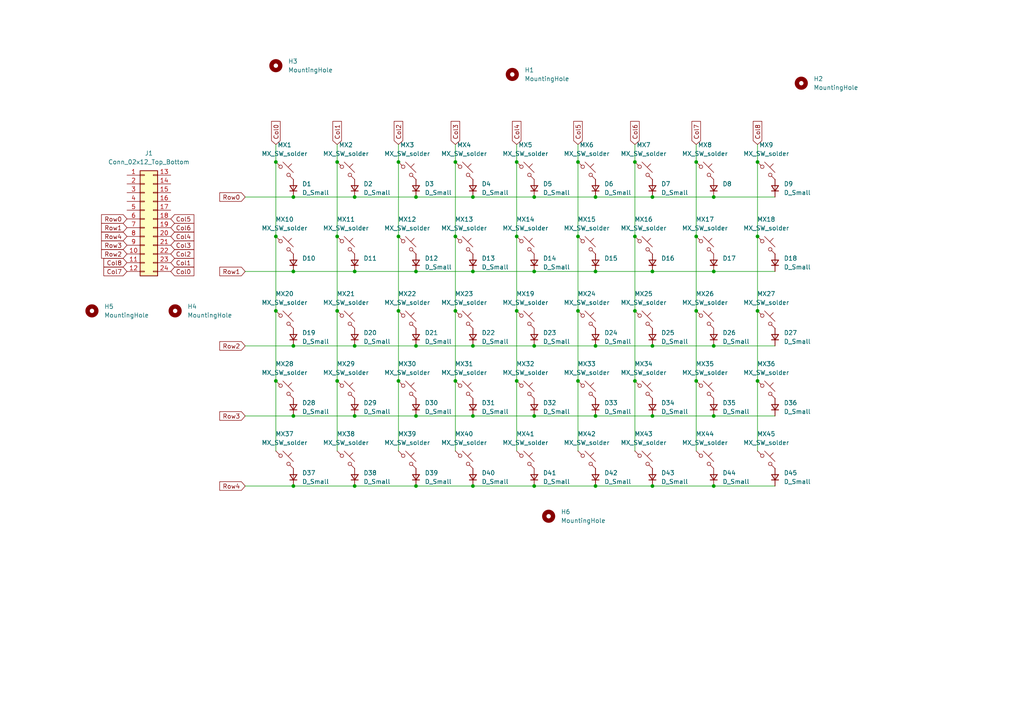
<source format=kicad_sch>
(kicad_sch (version 20230121) (generator eeschema)

  (uuid b8ca25f3-7329-4bb9-ae37-e560b159f207)

  (paper "A4")

  (lib_symbols
    (symbol "Connector_Generic:Conn_02x12_Top_Bottom" (pin_names (offset 1.016) hide) (in_bom yes) (on_board yes)
      (property "Reference" "J" (at 1.27 15.24 0)
        (effects (font (size 1.27 1.27)))
      )
      (property "Value" "Conn_02x12_Top_Bottom" (at 1.27 -17.78 0)
        (effects (font (size 1.27 1.27)))
      )
      (property "Footprint" "" (at 0 0 0)
        (effects (font (size 1.27 1.27)) hide)
      )
      (property "Datasheet" "~" (at 0 0 0)
        (effects (font (size 1.27 1.27)) hide)
      )
      (property "ki_keywords" "connector" (at 0 0 0)
        (effects (font (size 1.27 1.27)) hide)
      )
      (property "ki_description" "Generic connector, double row, 02x12, top/bottom pin numbering scheme (row 1: 1...pins_per_row, row2: pins_per_row+1 ... num_pins), script generated (kicad-library-utils/schlib/autogen/connector/)" (at 0 0 0)
        (effects (font (size 1.27 1.27)) hide)
      )
      (property "ki_fp_filters" "Connector*:*_2x??_*" (at 0 0 0)
        (effects (font (size 1.27 1.27)) hide)
      )
      (symbol "Conn_02x12_Top_Bottom_1_1"
        (rectangle (start -1.27 -15.113) (end 0 -15.367)
          (stroke (width 0.1524) (type default))
          (fill (type none))
        )
        (rectangle (start -1.27 -12.573) (end 0 -12.827)
          (stroke (width 0.1524) (type default))
          (fill (type none))
        )
        (rectangle (start -1.27 -10.033) (end 0 -10.287)
          (stroke (width 0.1524) (type default))
          (fill (type none))
        )
        (rectangle (start -1.27 -7.493) (end 0 -7.747)
          (stroke (width 0.1524) (type default))
          (fill (type none))
        )
        (rectangle (start -1.27 -4.953) (end 0 -5.207)
          (stroke (width 0.1524) (type default))
          (fill (type none))
        )
        (rectangle (start -1.27 -2.413) (end 0 -2.667)
          (stroke (width 0.1524) (type default))
          (fill (type none))
        )
        (rectangle (start -1.27 0.127) (end 0 -0.127)
          (stroke (width 0.1524) (type default))
          (fill (type none))
        )
        (rectangle (start -1.27 2.667) (end 0 2.413)
          (stroke (width 0.1524) (type default))
          (fill (type none))
        )
        (rectangle (start -1.27 5.207) (end 0 4.953)
          (stroke (width 0.1524) (type default))
          (fill (type none))
        )
        (rectangle (start -1.27 7.747) (end 0 7.493)
          (stroke (width 0.1524) (type default))
          (fill (type none))
        )
        (rectangle (start -1.27 10.287) (end 0 10.033)
          (stroke (width 0.1524) (type default))
          (fill (type none))
        )
        (rectangle (start -1.27 12.827) (end 0 12.573)
          (stroke (width 0.1524) (type default))
          (fill (type none))
        )
        (rectangle (start -1.27 13.97) (end 3.81 -16.51)
          (stroke (width 0.254) (type default))
          (fill (type background))
        )
        (rectangle (start 3.81 -15.113) (end 2.54 -15.367)
          (stroke (width 0.1524) (type default))
          (fill (type none))
        )
        (rectangle (start 3.81 -12.573) (end 2.54 -12.827)
          (stroke (width 0.1524) (type default))
          (fill (type none))
        )
        (rectangle (start 3.81 -10.033) (end 2.54 -10.287)
          (stroke (width 0.1524) (type default))
          (fill (type none))
        )
        (rectangle (start 3.81 -7.493) (end 2.54 -7.747)
          (stroke (width 0.1524) (type default))
          (fill (type none))
        )
        (rectangle (start 3.81 -4.953) (end 2.54 -5.207)
          (stroke (width 0.1524) (type default))
          (fill (type none))
        )
        (rectangle (start 3.81 -2.413) (end 2.54 -2.667)
          (stroke (width 0.1524) (type default))
          (fill (type none))
        )
        (rectangle (start 3.81 0.127) (end 2.54 -0.127)
          (stroke (width 0.1524) (type default))
          (fill (type none))
        )
        (rectangle (start 3.81 2.667) (end 2.54 2.413)
          (stroke (width 0.1524) (type default))
          (fill (type none))
        )
        (rectangle (start 3.81 5.207) (end 2.54 4.953)
          (stroke (width 0.1524) (type default))
          (fill (type none))
        )
        (rectangle (start 3.81 7.747) (end 2.54 7.493)
          (stroke (width 0.1524) (type default))
          (fill (type none))
        )
        (rectangle (start 3.81 10.287) (end 2.54 10.033)
          (stroke (width 0.1524) (type default))
          (fill (type none))
        )
        (rectangle (start 3.81 12.827) (end 2.54 12.573)
          (stroke (width 0.1524) (type default))
          (fill (type none))
        )
        (pin passive line (at -5.08 12.7 0) (length 3.81)
          (name "Pin_1" (effects (font (size 1.27 1.27))))
          (number "1" (effects (font (size 1.27 1.27))))
        )
        (pin passive line (at -5.08 -10.16 0) (length 3.81)
          (name "Pin_10" (effects (font (size 1.27 1.27))))
          (number "10" (effects (font (size 1.27 1.27))))
        )
        (pin passive line (at -5.08 -12.7 0) (length 3.81)
          (name "Pin_11" (effects (font (size 1.27 1.27))))
          (number "11" (effects (font (size 1.27 1.27))))
        )
        (pin passive line (at -5.08 -15.24 0) (length 3.81)
          (name "Pin_12" (effects (font (size 1.27 1.27))))
          (number "12" (effects (font (size 1.27 1.27))))
        )
        (pin passive line (at 7.62 12.7 180) (length 3.81)
          (name "Pin_13" (effects (font (size 1.27 1.27))))
          (number "13" (effects (font (size 1.27 1.27))))
        )
        (pin passive line (at 7.62 10.16 180) (length 3.81)
          (name "Pin_14" (effects (font (size 1.27 1.27))))
          (number "14" (effects (font (size 1.27 1.27))))
        )
        (pin passive line (at 7.62 7.62 180) (length 3.81)
          (name "Pin_15" (effects (font (size 1.27 1.27))))
          (number "15" (effects (font (size 1.27 1.27))))
        )
        (pin passive line (at 7.62 5.08 180) (length 3.81)
          (name "Pin_16" (effects (font (size 1.27 1.27))))
          (number "16" (effects (font (size 1.27 1.27))))
        )
        (pin passive line (at 7.62 2.54 180) (length 3.81)
          (name "Pin_17" (effects (font (size 1.27 1.27))))
          (number "17" (effects (font (size 1.27 1.27))))
        )
        (pin passive line (at 7.62 0 180) (length 3.81)
          (name "Pin_18" (effects (font (size 1.27 1.27))))
          (number "18" (effects (font (size 1.27 1.27))))
        )
        (pin passive line (at 7.62 -2.54 180) (length 3.81)
          (name "Pin_19" (effects (font (size 1.27 1.27))))
          (number "19" (effects (font (size 1.27 1.27))))
        )
        (pin passive line (at -5.08 10.16 0) (length 3.81)
          (name "Pin_2" (effects (font (size 1.27 1.27))))
          (number "2" (effects (font (size 1.27 1.27))))
        )
        (pin passive line (at 7.62 -5.08 180) (length 3.81)
          (name "Pin_20" (effects (font (size 1.27 1.27))))
          (number "20" (effects (font (size 1.27 1.27))))
        )
        (pin passive line (at 7.62 -7.62 180) (length 3.81)
          (name "Pin_21" (effects (font (size 1.27 1.27))))
          (number "21" (effects (font (size 1.27 1.27))))
        )
        (pin passive line (at 7.62 -10.16 180) (length 3.81)
          (name "Pin_22" (effects (font (size 1.27 1.27))))
          (number "22" (effects (font (size 1.27 1.27))))
        )
        (pin passive line (at 7.62 -12.7 180) (length 3.81)
          (name "Pin_23" (effects (font (size 1.27 1.27))))
          (number "23" (effects (font (size 1.27 1.27))))
        )
        (pin passive line (at 7.62 -15.24 180) (length 3.81)
          (name "Pin_24" (effects (font (size 1.27 1.27))))
          (number "24" (effects (font (size 1.27 1.27))))
        )
        (pin passive line (at -5.08 7.62 0) (length 3.81)
          (name "Pin_3" (effects (font (size 1.27 1.27))))
          (number "3" (effects (font (size 1.27 1.27))))
        )
        (pin passive line (at -5.08 5.08 0) (length 3.81)
          (name "Pin_4" (effects (font (size 1.27 1.27))))
          (number "4" (effects (font (size 1.27 1.27))))
        )
        (pin passive line (at -5.08 2.54 0) (length 3.81)
          (name "Pin_5" (effects (font (size 1.27 1.27))))
          (number "5" (effects (font (size 1.27 1.27))))
        )
        (pin passive line (at -5.08 0 0) (length 3.81)
          (name "Pin_6" (effects (font (size 1.27 1.27))))
          (number "6" (effects (font (size 1.27 1.27))))
        )
        (pin passive line (at -5.08 -2.54 0) (length 3.81)
          (name "Pin_7" (effects (font (size 1.27 1.27))))
          (number "7" (effects (font (size 1.27 1.27))))
        )
        (pin passive line (at -5.08 -5.08 0) (length 3.81)
          (name "Pin_8" (effects (font (size 1.27 1.27))))
          (number "8" (effects (font (size 1.27 1.27))))
        )
        (pin passive line (at -5.08 -7.62 0) (length 3.81)
          (name "Pin_9" (effects (font (size 1.27 1.27))))
          (number "9" (effects (font (size 1.27 1.27))))
        )
      )
    )
    (symbol "Device:D_Small" (pin_numbers hide) (pin_names (offset 0.254) hide) (in_bom yes) (on_board yes)
      (property "Reference" "D" (at -1.27 2.032 0)
        (effects (font (size 1.27 1.27)) (justify left))
      )
      (property "Value" "D_Small" (at -3.81 -2.032 0)
        (effects (font (size 1.27 1.27)) (justify left))
      )
      (property "Footprint" "" (at 0 0 90)
        (effects (font (size 1.27 1.27)) hide)
      )
      (property "Datasheet" "~" (at 0 0 90)
        (effects (font (size 1.27 1.27)) hide)
      )
      (property "Sim.Device" "D" (at 0 0 0)
        (effects (font (size 1.27 1.27)) hide)
      )
      (property "Sim.Pins" "1=K 2=A" (at 0 0 0)
        (effects (font (size 1.27 1.27)) hide)
      )
      (property "ki_keywords" "diode" (at 0 0 0)
        (effects (font (size 1.27 1.27)) hide)
      )
      (property "ki_description" "Diode, small symbol" (at 0 0 0)
        (effects (font (size 1.27 1.27)) hide)
      )
      (property "ki_fp_filters" "TO-???* *_Diode_* *SingleDiode* D_*" (at 0 0 0)
        (effects (font (size 1.27 1.27)) hide)
      )
      (symbol "D_Small_0_1"
        (polyline
          (pts
            (xy -0.762 -1.016)
            (xy -0.762 1.016)
          )
          (stroke (width 0.254) (type default))
          (fill (type none))
        )
        (polyline
          (pts
            (xy -0.762 0)
            (xy 0.762 0)
          )
          (stroke (width 0) (type default))
          (fill (type none))
        )
        (polyline
          (pts
            (xy 0.762 -1.016)
            (xy -0.762 0)
            (xy 0.762 1.016)
            (xy 0.762 -1.016)
          )
          (stroke (width 0.254) (type default))
          (fill (type none))
        )
      )
      (symbol "D_Small_1_1"
        (pin passive line (at -2.54 0 0) (length 1.778)
          (name "K" (effects (font (size 1.27 1.27))))
          (number "1" (effects (font (size 1.27 1.27))))
        )
        (pin passive line (at 2.54 0 180) (length 1.778)
          (name "A" (effects (font (size 1.27 1.27))))
          (number "2" (effects (font (size 1.27 1.27))))
        )
      )
    )
    (symbol "Mechanical:MountingHole" (pin_names (offset 1.016)) (in_bom yes) (on_board yes)
      (property "Reference" "H" (at 0 5.08 0)
        (effects (font (size 1.27 1.27)))
      )
      (property "Value" "MountingHole" (at 0 3.175 0)
        (effects (font (size 1.27 1.27)))
      )
      (property "Footprint" "" (at 0 0 0)
        (effects (font (size 1.27 1.27)) hide)
      )
      (property "Datasheet" "~" (at 0 0 0)
        (effects (font (size 1.27 1.27)) hide)
      )
      (property "ki_keywords" "mounting hole" (at 0 0 0)
        (effects (font (size 1.27 1.27)) hide)
      )
      (property "ki_description" "Mounting Hole without connection" (at 0 0 0)
        (effects (font (size 1.27 1.27)) hide)
      )
      (property "ki_fp_filters" "MountingHole*" (at 0 0 0)
        (effects (font (size 1.27 1.27)) hide)
      )
      (symbol "MountingHole_0_1"
        (circle (center 0 0) (radius 1.27)
          (stroke (width 1.27) (type default))
          (fill (type none))
        )
      )
    )
    (symbol "PCM_marbastlib-mx:MX_SW_solder" (pin_numbers hide) (pin_names (offset 1.016) hide) (in_bom yes) (on_board yes)
      (property "Reference" "MX" (at 3.048 1.016 0)
        (effects (font (size 1.27 1.27)) (justify left))
      )
      (property "Value" "MX_SW_solder" (at 0 -3.81 0)
        (effects (font (size 1.27 1.27)))
      )
      (property "Footprint" "PCM_marbastlib-mx:SW_MX_1u" (at 0 0 0)
        (effects (font (size 1.27 1.27)) hide)
      )
      (property "Datasheet" "~" (at 0 0 0)
        (effects (font (size 1.27 1.27)) hide)
      )
      (property "ki_keywords" "switch normally-open pushbutton push-button" (at 0 0 0)
        (effects (font (size 1.27 1.27)) hide)
      )
      (property "ki_description" "Push button switch, normally open, two pins, 45° tilted" (at 0 0 0)
        (effects (font (size 1.27 1.27)) hide)
      )
      (symbol "MX_SW_solder_0_1"
        (circle (center -1.1684 1.1684) (radius 0.508)
          (stroke (width 0) (type default))
          (fill (type none))
        )
        (polyline
          (pts
            (xy -0.508 2.54)
            (xy 2.54 -0.508)
          )
          (stroke (width 0) (type default))
          (fill (type none))
        )
        (polyline
          (pts
            (xy 1.016 1.016)
            (xy 2.032 2.032)
          )
          (stroke (width 0) (type default))
          (fill (type none))
        )
        (polyline
          (pts
            (xy -2.54 2.54)
            (xy -1.524 1.524)
            (xy -1.524 1.524)
          )
          (stroke (width 0) (type default))
          (fill (type none))
        )
        (polyline
          (pts
            (xy 1.524 -1.524)
            (xy 2.54 -2.54)
            (xy 2.54 -2.54)
            (xy 2.54 -2.54)
          )
          (stroke (width 0) (type default))
          (fill (type none))
        )
        (circle (center 1.143 -1.1938) (radius 0.508)
          (stroke (width 0) (type default))
          (fill (type none))
        )
        (pin passive line (at -2.54 2.54 0) (length 0)
          (name "1" (effects (font (size 1.27 1.27))))
          (number "1" (effects (font (size 1.27 1.27))))
        )
        (pin passive line (at 2.54 -2.54 180) (length 0)
          (name "2" (effects (font (size 1.27 1.27))))
          (number "2" (effects (font (size 1.27 1.27))))
        )
      )
    )
  )

  (junction (at 219.71 110.49) (diameter 0) (color 0 0 0 0)
    (uuid 00699c7c-899e-40f0-b193-feb881204aa2)
  )
  (junction (at 137.16 78.74) (diameter 0) (color 0 0 0 0)
    (uuid 01fe0115-2355-430e-b95c-e86e8961e9a5)
  )
  (junction (at 207.01 57.15) (diameter 0) (color 0 0 0 0)
    (uuid 0484e985-e6fe-493f-a125-e5e806b8b2c4)
  )
  (junction (at 154.94 57.15) (diameter 0) (color 0 0 0 0)
    (uuid 0768aec0-accc-4102-b564-dff71154abe8)
  )
  (junction (at 115.57 68.58) (diameter 0) (color 0 0 0 0)
    (uuid 07fc62da-4b50-4de0-ba91-7fac3debbe1e)
  )
  (junction (at 85.09 100.33) (diameter 0) (color 0 0 0 0)
    (uuid 09e1f503-ce26-4967-8ecf-262a8b94cb4d)
  )
  (junction (at 102.87 57.15) (diameter 0) (color 0 0 0 0)
    (uuid 0b09cb6f-4085-4099-b207-837a4c9bd4db)
  )
  (junction (at 184.15 68.58) (diameter 0) (color 0 0 0 0)
    (uuid 11d887d3-902d-4c54-a023-0a87453ea271)
  )
  (junction (at 172.72 57.15) (diameter 0) (color 0 0 0 0)
    (uuid 12428bc6-1c75-4269-be17-1a7dd889a8e6)
  )
  (junction (at 120.65 100.33) (diameter 0) (color 0 0 0 0)
    (uuid 125bc1c1-0265-42f2-b60a-d6038f2cb42b)
  )
  (junction (at 189.23 57.15) (diameter 0) (color 0 0 0 0)
    (uuid 148f6bb2-1dc9-497f-bbdb-e70ebb722355)
  )
  (junction (at 167.64 46.99) (diameter 0) (color 0 0 0 0)
    (uuid 1998be2e-afb8-443b-85ea-679663007cec)
  )
  (junction (at 137.16 140.97) (diameter 0) (color 0 0 0 0)
    (uuid 1ee44f52-df5d-4258-85a1-129ebe80d04a)
  )
  (junction (at 80.01 90.17) (diameter 0) (color 0 0 0 0)
    (uuid 27036918-6f20-446d-b66e-9da0bf9297d8)
  )
  (junction (at 149.86 46.99) (diameter 0) (color 0 0 0 0)
    (uuid 28446213-e451-4762-8aa7-58ac54950a5a)
  )
  (junction (at 219.71 46.99) (diameter 0) (color 0 0 0 0)
    (uuid 2983ff64-84d7-466d-84d8-275559d30ac9)
  )
  (junction (at 207.01 78.74) (diameter 0) (color 0 0 0 0)
    (uuid 2aca1144-2b22-440b-a3b3-2f03dd82bbb4)
  )
  (junction (at 85.09 140.97) (diameter 0) (color 0 0 0 0)
    (uuid 2aeeb4fd-15b4-472c-97d5-4a093eec3a64)
  )
  (junction (at 120.65 120.65) (diameter 0) (color 0 0 0 0)
    (uuid 2cb17939-7524-4fe0-bb4b-a268b62105a9)
  )
  (junction (at 189.23 120.65) (diameter 0) (color 0 0 0 0)
    (uuid 2cccde2a-525b-4da5-a48d-f46df250a0f8)
  )
  (junction (at 154.94 120.65) (diameter 0) (color 0 0 0 0)
    (uuid 2e1e3634-e884-41bf-bee1-3af2279cd875)
  )
  (junction (at 132.08 46.99) (diameter 0) (color 0 0 0 0)
    (uuid 309f49e7-b42a-4a68-bd45-3158a66933d5)
  )
  (junction (at 154.94 140.97) (diameter 0) (color 0 0 0 0)
    (uuid 33960b08-005b-4059-ad6a-b1757915e8ea)
  )
  (junction (at 219.71 68.58) (diameter 0) (color 0 0 0 0)
    (uuid 3699312f-e24f-43e4-98f1-67a84ad03aed)
  )
  (junction (at 167.64 68.58) (diameter 0) (color 0 0 0 0)
    (uuid 37b7cf0c-0a3d-4e45-b949-9d90b41ac194)
  )
  (junction (at 154.94 100.33) (diameter 0) (color 0 0 0 0)
    (uuid 3e9bca1e-8d31-4491-a96f-8ff18ff65763)
  )
  (junction (at 137.16 57.15) (diameter 0) (color 0 0 0 0)
    (uuid 409dd5bd-48a1-4e62-a069-344c0cf771fd)
  )
  (junction (at 167.64 90.17) (diameter 0) (color 0 0 0 0)
    (uuid 467a12a7-f002-4b1a-9e50-14b4db23d7d3)
  )
  (junction (at 102.87 120.65) (diameter 0) (color 0 0 0 0)
    (uuid 4a957a0b-4f0b-40d1-9824-2c4360488534)
  )
  (junction (at 201.93 110.49) (diameter 0) (color 0 0 0 0)
    (uuid 4e3176df-9995-4b4f-ad0b-7d445501f46d)
  )
  (junction (at 132.08 90.17) (diameter 0) (color 0 0 0 0)
    (uuid 4fa86083-74ca-484a-9649-d0295a82d522)
  )
  (junction (at 120.65 140.97) (diameter 0) (color 0 0 0 0)
    (uuid 5350481f-54f0-4c5b-97b5-1d41fea98ebd)
  )
  (junction (at 137.16 120.65) (diameter 0) (color 0 0 0 0)
    (uuid 5861638e-f4e9-4b8f-a9be-aed99605d2f7)
  )
  (junction (at 219.71 90.17) (diameter 0) (color 0 0 0 0)
    (uuid 5c3c684f-7e66-4556-8633-442cfa5412c7)
  )
  (junction (at 149.86 90.17) (diameter 0) (color 0 0 0 0)
    (uuid 67fab52f-16e9-4dd5-81c4-fffdd84c5921)
  )
  (junction (at 201.93 46.99) (diameter 0) (color 0 0 0 0)
    (uuid 6ae77d3e-4565-4b91-816b-82c8f953a2ee)
  )
  (junction (at 172.72 100.33) (diameter 0) (color 0 0 0 0)
    (uuid 6b06203f-0cf4-494c-bbc0-ed7265f29a48)
  )
  (junction (at 172.72 120.65) (diameter 0) (color 0 0 0 0)
    (uuid 6f41a7d3-adf0-46d8-981f-7c5ee22369f5)
  )
  (junction (at 207.01 140.97) (diameter 0) (color 0 0 0 0)
    (uuid 70008af0-6eb5-40d4-b319-baa7e67c839e)
  )
  (junction (at 184.15 90.17) (diameter 0) (color 0 0 0 0)
    (uuid 765595dd-bf95-497f-8897-dfec20d8b0a4)
  )
  (junction (at 102.87 100.33) (diameter 0) (color 0 0 0 0)
    (uuid 769fe04b-77c9-4d30-a5db-e0ce7a01aab5)
  )
  (junction (at 97.79 68.58) (diameter 0) (color 0 0 0 0)
    (uuid 796d6b07-7505-422e-909f-be50a1d81fb3)
  )
  (junction (at 85.09 78.74) (diameter 0) (color 0 0 0 0)
    (uuid 833e9ba7-2ac9-49b7-b33f-563241d4b546)
  )
  (junction (at 85.09 120.65) (diameter 0) (color 0 0 0 0)
    (uuid 8bd63af6-9675-4219-82f2-f07b6b50b07d)
  )
  (junction (at 154.94 78.74) (diameter 0) (color 0 0 0 0)
    (uuid 8d44665d-e829-4745-90ba-4b4db223087b)
  )
  (junction (at 172.72 78.74) (diameter 0) (color 0 0 0 0)
    (uuid 8d54c15b-4f7e-471f-b7c5-9ee8284c68e7)
  )
  (junction (at 80.01 46.99) (diameter 0) (color 0 0 0 0)
    (uuid 8dc4c44e-736e-456c-afd9-47a50fb040dc)
  )
  (junction (at 189.23 78.74) (diameter 0) (color 0 0 0 0)
    (uuid 91422ab3-6650-47f0-94ae-d66e4d03154d)
  )
  (junction (at 120.65 78.74) (diameter 0) (color 0 0 0 0)
    (uuid 9980a93e-464d-46cf-8aa6-2a006a95298d)
  )
  (junction (at 201.93 90.17) (diameter 0) (color 0 0 0 0)
    (uuid aab3a8f2-8fdd-458d-a95a-f5cabdccca7e)
  )
  (junction (at 115.57 110.49) (diameter 0) (color 0 0 0 0)
    (uuid ab9e391c-0d0c-46d7-98ca-463a7819f06e)
  )
  (junction (at 97.79 90.17) (diameter 0) (color 0 0 0 0)
    (uuid aca93c0e-09b5-4460-a009-19d69fcdfd4b)
  )
  (junction (at 132.08 68.58) (diameter 0) (color 0 0 0 0)
    (uuid ae253a69-d9d6-49e8-999c-15b87fbfa815)
  )
  (junction (at 102.87 140.97) (diameter 0) (color 0 0 0 0)
    (uuid afa08e2c-c6eb-446e-809b-623bf0921ad0)
  )
  (junction (at 201.93 68.58) (diameter 0) (color 0 0 0 0)
    (uuid b16e34f4-72be-45ad-904c-253f5ddeec3f)
  )
  (junction (at 189.23 100.33) (diameter 0) (color 0 0 0 0)
    (uuid b58b1d77-ee3f-4326-85f9-c75fbd4cd5fd)
  )
  (junction (at 102.87 78.74) (diameter 0) (color 0 0 0 0)
    (uuid bef94986-a8d5-4e0c-a01c-74124bc1a823)
  )
  (junction (at 97.79 46.99) (diameter 0) (color 0 0 0 0)
    (uuid bf1b9dcc-a83a-4d05-98e1-d1ef1a6c7ee0)
  )
  (junction (at 207.01 120.65) (diameter 0) (color 0 0 0 0)
    (uuid c12bb904-3c4e-4f2b-8257-aae806e15fd2)
  )
  (junction (at 80.01 68.58) (diameter 0) (color 0 0 0 0)
    (uuid c2a24dfe-1c37-479c-98d6-529d7d9ed0bb)
  )
  (junction (at 137.16 100.33) (diameter 0) (color 0 0 0 0)
    (uuid c460096b-1eeb-446e-b785-0560d2bf0d2c)
  )
  (junction (at 149.86 68.58) (diameter 0) (color 0 0 0 0)
    (uuid ca4ebb97-72ec-47b2-a9d8-bc72f70d6a5e)
  )
  (junction (at 167.64 110.49) (diameter 0) (color 0 0 0 0)
    (uuid d13d3f23-9531-4a9e-9d86-86d9ce51134f)
  )
  (junction (at 207.01 100.33) (diameter 0) (color 0 0 0 0)
    (uuid d15901ee-0b8e-4d7f-8416-df5093f732f4)
  )
  (junction (at 115.57 46.99) (diameter 0) (color 0 0 0 0)
    (uuid d21ae0d9-32cb-412d-a67e-65c7965698d7)
  )
  (junction (at 85.09 57.15) (diameter 0) (color 0 0 0 0)
    (uuid d8187baa-4c6c-43aa-88ab-9009d9cf263a)
  )
  (junction (at 184.15 110.49) (diameter 0) (color 0 0 0 0)
    (uuid da4b7062-aaed-4bc0-a5c3-e9fdf4fe965e)
  )
  (junction (at 172.72 140.97) (diameter 0) (color 0 0 0 0)
    (uuid dca97270-3d7d-47aa-8902-82ddf7887b86)
  )
  (junction (at 149.86 110.49) (diameter 0) (color 0 0 0 0)
    (uuid de2a313c-da40-41a1-a713-7e81f6c106b5)
  )
  (junction (at 132.08 110.49) (diameter 0) (color 0 0 0 0)
    (uuid e3454a72-ffbb-4a81-90d2-e4b05192165b)
  )
  (junction (at 115.57 90.17) (diameter 0) (color 0 0 0 0)
    (uuid efffd255-443e-4866-9f67-87dac3b2ee77)
  )
  (junction (at 120.65 57.15) (diameter 0) (color 0 0 0 0)
    (uuid f5e0165f-d6a2-4d0d-90df-a38cddfb3178)
  )
  (junction (at 80.01 110.49) (diameter 0) (color 0 0 0 0)
    (uuid f5fc77c6-3288-44bc-8fe6-0ada1919149e)
  )
  (junction (at 184.15 46.99) (diameter 0) (color 0 0 0 0)
    (uuid f8589eb8-506e-4622-9b09-b5bf9857d01b)
  )
  (junction (at 97.79 110.49) (diameter 0) (color 0 0 0 0)
    (uuid fd49f00e-628c-48c0-a920-6fd6aa098a64)
  )
  (junction (at 189.23 140.97) (diameter 0) (color 0 0 0 0)
    (uuid ffad198f-d154-4da1-ae76-4aa2f622fc68)
  )

  (wire (pts (xy 167.64 68.58) (xy 167.64 90.17))
    (stroke (width 0) (type default))
    (uuid 03806a9f-b4b5-4ffc-a61e-003378978eff)
  )
  (wire (pts (xy 189.23 78.74) (xy 207.01 78.74))
    (stroke (width 0) (type default))
    (uuid 086a6acf-c5a8-4725-8152-185104ce3710)
  )
  (wire (pts (xy 167.64 41.91) (xy 167.64 46.99))
    (stroke (width 0) (type default))
    (uuid 0b8827fe-d033-4830-a0fe-cb0344ba98e1)
  )
  (wire (pts (xy 120.65 120.65) (xy 137.16 120.65))
    (stroke (width 0) (type default))
    (uuid 0cfae835-a124-4357-9c68-38e28d4b7bcb)
  )
  (wire (pts (xy 97.79 68.58) (xy 97.79 90.17))
    (stroke (width 0) (type default))
    (uuid 0e0630a0-3c37-4bf5-a0af-496a76149918)
  )
  (wire (pts (xy 184.15 110.49) (xy 184.15 130.81))
    (stroke (width 0) (type default))
    (uuid 110439ff-fdef-42c9-9315-fb1ef4b92a96)
  )
  (wire (pts (xy 201.93 68.58) (xy 201.93 90.17))
    (stroke (width 0) (type default))
    (uuid 11ea6e4a-4607-4f5a-9d57-8bfb055c4fd9)
  )
  (wire (pts (xy 219.71 68.58) (xy 219.71 90.17))
    (stroke (width 0) (type default))
    (uuid 1701d68d-6530-463f-a668-2daf8c4ed8c4)
  )
  (wire (pts (xy 115.57 90.17) (xy 115.57 110.49))
    (stroke (width 0) (type default))
    (uuid 18374353-ca60-48e7-8d34-df4aa78b017f)
  )
  (wire (pts (xy 201.93 41.91) (xy 201.93 46.99))
    (stroke (width 0) (type default))
    (uuid 1ae03cf8-f29b-40aa-b829-8282f70e1d58)
  )
  (wire (pts (xy 115.57 46.99) (xy 115.57 68.58))
    (stroke (width 0) (type default))
    (uuid 1af755cf-82cb-4b35-8a3d-f756ed0e53af)
  )
  (wire (pts (xy 167.64 46.99) (xy 167.64 68.58))
    (stroke (width 0) (type default))
    (uuid 1b013eb0-fcfd-41a3-b33c-8a5ca1d0b56e)
  )
  (wire (pts (xy 137.16 140.97) (xy 154.94 140.97))
    (stroke (width 0) (type default))
    (uuid 1d0d3347-0f51-47f2-921f-ca7041d30f74)
  )
  (wire (pts (xy 172.72 140.97) (xy 189.23 140.97))
    (stroke (width 0) (type default))
    (uuid 2134c098-eaf4-4a78-b317-dc24f46dc62b)
  )
  (wire (pts (xy 184.15 68.58) (xy 184.15 90.17))
    (stroke (width 0) (type default))
    (uuid 21c3738c-f57c-48d3-874a-c5f5e5f5e2ed)
  )
  (wire (pts (xy 120.65 57.15) (xy 137.16 57.15))
    (stroke (width 0) (type default))
    (uuid 230503aa-573d-4d51-b90f-3eca90061013)
  )
  (wire (pts (xy 80.01 68.58) (xy 80.01 90.17))
    (stroke (width 0) (type default))
    (uuid 23c0253e-1359-4a6a-8673-cd55c6bea50c)
  )
  (wire (pts (xy 85.09 57.15) (xy 102.87 57.15))
    (stroke (width 0) (type default))
    (uuid 23d72e86-3945-4360-97b8-b88f9635edd1)
  )
  (wire (pts (xy 85.09 120.65) (xy 102.87 120.65))
    (stroke (width 0) (type default))
    (uuid 271837ca-ecdf-4e7f-b88d-9a20814cf35c)
  )
  (wire (pts (xy 149.86 110.49) (xy 149.86 130.81))
    (stroke (width 0) (type default))
    (uuid 2763bd4e-e2d9-4ed3-a163-41df3f13524e)
  )
  (wire (pts (xy 149.86 90.17) (xy 149.86 110.49))
    (stroke (width 0) (type default))
    (uuid 2a438e2e-3453-4b65-a891-7df5e351deb2)
  )
  (wire (pts (xy 201.93 46.99) (xy 201.93 68.58))
    (stroke (width 0) (type default))
    (uuid 30c3bcfb-7611-4b79-be65-4b2711f1bed2)
  )
  (wire (pts (xy 80.01 41.91) (xy 80.01 46.99))
    (stroke (width 0) (type default))
    (uuid 31c38709-6eb9-4fb7-b27a-fb0e48499618)
  )
  (wire (pts (xy 80.01 90.17) (xy 80.01 110.49))
    (stroke (width 0) (type default))
    (uuid 39b42cf5-de8f-439c-98b5-76dae45e90d1)
  )
  (wire (pts (xy 219.71 41.91) (xy 219.71 46.99))
    (stroke (width 0) (type default))
    (uuid 45580787-70b0-40ad-befd-b2b8da0651d5)
  )
  (wire (pts (xy 189.23 140.97) (xy 207.01 140.97))
    (stroke (width 0) (type default))
    (uuid 4ac2965d-42d4-4b61-b5c4-1f4241ede4d8)
  )
  (wire (pts (xy 167.64 90.17) (xy 167.64 110.49))
    (stroke (width 0) (type default))
    (uuid 4b38a5be-bc26-423f-964b-ecf50cb91d38)
  )
  (wire (pts (xy 71.12 120.65) (xy 85.09 120.65))
    (stroke (width 0) (type default))
    (uuid 4c475f68-45db-433d-af8b-2a808d950d73)
  )
  (wire (pts (xy 97.79 110.49) (xy 97.79 130.81))
    (stroke (width 0) (type default))
    (uuid 50f65ee0-f1ed-4cc1-9701-642d4ba1e4e1)
  )
  (wire (pts (xy 219.71 46.99) (xy 219.71 68.58))
    (stroke (width 0) (type default))
    (uuid 53f7f018-c00b-4add-a023-2bfaf0e4607d)
  )
  (wire (pts (xy 172.72 57.15) (xy 189.23 57.15))
    (stroke (width 0) (type default))
    (uuid 56ef97bd-7a4f-40d5-bb8e-c24c48fa7af3)
  )
  (wire (pts (xy 115.57 110.49) (xy 115.57 130.81))
    (stroke (width 0) (type default))
    (uuid 57abde71-33ff-4986-85dc-5f9a83e54e78)
  )
  (wire (pts (xy 184.15 90.17) (xy 184.15 110.49))
    (stroke (width 0) (type default))
    (uuid 5c1c670f-632f-48ac-a046-62cd1b0f6d81)
  )
  (wire (pts (xy 219.71 90.17) (xy 219.71 110.49))
    (stroke (width 0) (type default))
    (uuid 5e96d6f9-7556-4af9-a7cd-89a5a0baf78d)
  )
  (wire (pts (xy 97.79 46.99) (xy 97.79 68.58))
    (stroke (width 0) (type default))
    (uuid 5ed35d3b-6d63-417b-b7a5-a430690b8cf1)
  )
  (wire (pts (xy 102.87 140.97) (xy 120.65 140.97))
    (stroke (width 0) (type default))
    (uuid 62ad00e4-8218-482e-b1fd-60d0222454b7)
  )
  (wire (pts (xy 219.71 110.49) (xy 219.71 130.81))
    (stroke (width 0) (type default))
    (uuid 635a37ba-6b6b-4205-a1a0-bd918c26ab3b)
  )
  (wire (pts (xy 201.93 90.17) (xy 201.93 110.49))
    (stroke (width 0) (type default))
    (uuid 64280cb4-2a1f-49df-b380-1d5109164b68)
  )
  (wire (pts (xy 132.08 110.49) (xy 132.08 130.81))
    (stroke (width 0) (type default))
    (uuid 6e45af53-ce90-4776-81f9-449134753b28)
  )
  (wire (pts (xy 184.15 41.91) (xy 184.15 46.99))
    (stroke (width 0) (type default))
    (uuid 6fcb9d8e-f167-4dc7-b832-d8e78ec6e29e)
  )
  (wire (pts (xy 132.08 68.58) (xy 132.08 90.17))
    (stroke (width 0) (type default))
    (uuid 706f789e-8212-40ad-a5f7-94b6f04ebdf0)
  )
  (wire (pts (xy 149.86 41.91) (xy 149.86 46.99))
    (stroke (width 0) (type default))
    (uuid 7dcaad50-af8a-4ae0-a571-683108315374)
  )
  (wire (pts (xy 80.01 46.99) (xy 80.01 68.58))
    (stroke (width 0) (type default))
    (uuid 7e241898-b90a-464a-9cf8-a2fc5ef77a09)
  )
  (wire (pts (xy 189.23 57.15) (xy 207.01 57.15))
    (stroke (width 0) (type default))
    (uuid 7e4ca51e-bb86-45c8-83a5-4846b83429bc)
  )
  (wire (pts (xy 207.01 140.97) (xy 224.79 140.97))
    (stroke (width 0) (type default))
    (uuid 84c8c967-63db-4801-be38-9ddaccc1db36)
  )
  (wire (pts (xy 71.12 57.15) (xy 85.09 57.15))
    (stroke (width 0) (type default))
    (uuid 86f56a95-89eb-4e71-81b7-6b08e11c4c8b)
  )
  (wire (pts (xy 207.01 57.15) (xy 224.79 57.15))
    (stroke (width 0) (type default))
    (uuid 8794b67b-d85f-42eb-a7fb-a38acbe516f2)
  )
  (wire (pts (xy 184.15 46.99) (xy 184.15 68.58))
    (stroke (width 0) (type default))
    (uuid 889512c7-964f-4e78-bacf-b2073110005f)
  )
  (wire (pts (xy 189.23 100.33) (xy 207.01 100.33))
    (stroke (width 0) (type default))
    (uuid 8bed004b-5480-4c16-a042-71dc0d2e4765)
  )
  (wire (pts (xy 120.65 140.97) (xy 137.16 140.97))
    (stroke (width 0) (type default))
    (uuid 8dcf59cc-87d8-4580-afc3-8caaa1713ab2)
  )
  (wire (pts (xy 149.86 68.58) (xy 149.86 90.17))
    (stroke (width 0) (type default))
    (uuid 8eefbdfc-1adb-4bff-9bd6-63c7314157f5)
  )
  (wire (pts (xy 172.72 100.33) (xy 189.23 100.33))
    (stroke (width 0) (type default))
    (uuid 92164dab-e837-4054-ad9b-3afbfbcb5c48)
  )
  (wire (pts (xy 71.12 78.74) (xy 85.09 78.74))
    (stroke (width 0) (type default))
    (uuid 93249cf2-d36a-493e-8dcf-a9ea6f4d2b38)
  )
  (wire (pts (xy 132.08 90.17) (xy 132.08 110.49))
    (stroke (width 0) (type default))
    (uuid 93300873-cd20-43bd-8481-3720c710d0f8)
  )
  (wire (pts (xy 80.01 110.49) (xy 80.01 130.81))
    (stroke (width 0) (type default))
    (uuid 95f73eb9-17ec-414c-b6c8-daef6f390304)
  )
  (wire (pts (xy 85.09 78.74) (xy 102.87 78.74))
    (stroke (width 0) (type default))
    (uuid 987dcc0c-dfa3-4d61-9b3a-f4615b2aec5f)
  )
  (wire (pts (xy 154.94 140.97) (xy 172.72 140.97))
    (stroke (width 0) (type default))
    (uuid 98ad9d01-94f0-442c-bba2-4c8b83737cc5)
  )
  (wire (pts (xy 120.65 100.33) (xy 137.16 100.33))
    (stroke (width 0) (type default))
    (uuid 9bf93d69-328f-4315-a6b1-39da94b64594)
  )
  (wire (pts (xy 167.64 110.49) (xy 167.64 130.81))
    (stroke (width 0) (type default))
    (uuid 9cf179d2-ae28-4881-a3ba-a10e328c2680)
  )
  (wire (pts (xy 154.94 78.74) (xy 172.72 78.74))
    (stroke (width 0) (type default))
    (uuid a6ad5787-a903-4a0b-b0b1-5c43b6d9d647)
  )
  (wire (pts (xy 137.16 120.65) (xy 154.94 120.65))
    (stroke (width 0) (type default))
    (uuid a7fa4b59-19aa-4dc1-a81c-52d75bb194c6)
  )
  (wire (pts (xy 97.79 90.17) (xy 97.79 110.49))
    (stroke (width 0) (type default))
    (uuid a825ece7-53c6-4eb0-bfa0-087a73ad659a)
  )
  (wire (pts (xy 207.01 100.33) (xy 224.79 100.33))
    (stroke (width 0) (type default))
    (uuid acdecdd3-834c-468d-bccb-1f8c2aad172c)
  )
  (wire (pts (xy 71.12 100.33) (xy 85.09 100.33))
    (stroke (width 0) (type default))
    (uuid ad2d326a-786e-4c34-ba9a-001eefe6a4a3)
  )
  (wire (pts (xy 207.01 78.74) (xy 224.79 78.74))
    (stroke (width 0) (type default))
    (uuid b2fc4a68-91ec-42e9-8dcd-a590a5fb851f)
  )
  (wire (pts (xy 115.57 41.91) (xy 115.57 46.99))
    (stroke (width 0) (type default))
    (uuid b37b8fa9-5616-4a71-97f5-2e148276791b)
  )
  (wire (pts (xy 102.87 120.65) (xy 120.65 120.65))
    (stroke (width 0) (type default))
    (uuid b9386676-1270-4fd2-9b3d-bcf8617c2c9a)
  )
  (wire (pts (xy 102.87 100.33) (xy 120.65 100.33))
    (stroke (width 0) (type default))
    (uuid b9fc96fc-97e5-4ab9-ac13-56489c8cc107)
  )
  (wire (pts (xy 189.23 120.65) (xy 207.01 120.65))
    (stroke (width 0) (type default))
    (uuid bf7227dd-a62e-40ce-b88a-312b085ccc8d)
  )
  (wire (pts (xy 207.01 120.65) (xy 224.79 120.65))
    (stroke (width 0) (type default))
    (uuid c4df77b1-ed48-4d08-a4a5-040f2b6ed5a5)
  )
  (wire (pts (xy 172.72 120.65) (xy 189.23 120.65))
    (stroke (width 0) (type default))
    (uuid c51b4f89-f37c-4060-a4ac-3ef744583c1a)
  )
  (wire (pts (xy 115.57 68.58) (xy 115.57 90.17))
    (stroke (width 0) (type default))
    (uuid c5e7d290-0c29-4475-b111-5acd86aa11bd)
  )
  (wire (pts (xy 154.94 120.65) (xy 172.72 120.65))
    (stroke (width 0) (type default))
    (uuid c8d6b63d-16f1-44f7-a0f8-1eb09e7f3788)
  )
  (wire (pts (xy 137.16 57.15) (xy 154.94 57.15))
    (stroke (width 0) (type default))
    (uuid c95f11a4-877c-49d8-b3d7-811842d0f472)
  )
  (wire (pts (xy 172.72 78.74) (xy 189.23 78.74))
    (stroke (width 0) (type default))
    (uuid cb8eaa0f-1976-469f-8b14-5274ae131180)
  )
  (wire (pts (xy 201.93 110.49) (xy 201.93 130.81))
    (stroke (width 0) (type default))
    (uuid cd79fda7-9a45-4e1f-846d-62c30cb554ed)
  )
  (wire (pts (xy 154.94 57.15) (xy 172.72 57.15))
    (stroke (width 0) (type default))
    (uuid ce9a7c4f-2ca9-4362-a102-8ace7abe767e)
  )
  (wire (pts (xy 154.94 100.33) (xy 172.72 100.33))
    (stroke (width 0) (type default))
    (uuid d070a0e7-9fe2-49c0-a293-226b64319e4f)
  )
  (wire (pts (xy 132.08 41.91) (xy 132.08 46.99))
    (stroke (width 0) (type default))
    (uuid d0e20855-a173-4957-bd5d-de2037bb8a8b)
  )
  (wire (pts (xy 132.08 46.99) (xy 132.08 68.58))
    (stroke (width 0) (type default))
    (uuid d26985f3-8bab-48e8-b2f8-b7e05fc74bd1)
  )
  (wire (pts (xy 102.87 78.74) (xy 120.65 78.74))
    (stroke (width 0) (type default))
    (uuid d630e76d-ed8b-4564-bbcd-875077f3e277)
  )
  (wire (pts (xy 137.16 100.33) (xy 154.94 100.33))
    (stroke (width 0) (type default))
    (uuid dd52e4be-f1a6-4fce-93dd-c8793e0fe371)
  )
  (wire (pts (xy 120.65 78.74) (xy 137.16 78.74))
    (stroke (width 0) (type default))
    (uuid de0138a6-b8c5-41d9-9d06-6aa65694fb6d)
  )
  (wire (pts (xy 71.12 140.97) (xy 85.09 140.97))
    (stroke (width 0) (type default))
    (uuid e2e07a7d-3fee-4284-b274-c8228447eab5)
  )
  (wire (pts (xy 85.09 100.33) (xy 102.87 100.33))
    (stroke (width 0) (type default))
    (uuid ea0debd3-b6a9-4cd9-8549-92fcca3bba9b)
  )
  (wire (pts (xy 137.16 78.74) (xy 154.94 78.74))
    (stroke (width 0) (type default))
    (uuid edbe19e6-cc04-4df8-9c8f-2590da8db407)
  )
  (wire (pts (xy 102.87 57.15) (xy 120.65 57.15))
    (stroke (width 0) (type default))
    (uuid ee881273-835c-44aa-a4ee-e9204962d0cf)
  )
  (wire (pts (xy 97.79 41.91) (xy 97.79 46.99))
    (stroke (width 0) (type default))
    (uuid f4424cf3-eb53-4800-8734-e26adbf5a477)
  )
  (wire (pts (xy 149.86 46.99) (xy 149.86 68.58))
    (stroke (width 0) (type default))
    (uuid f53b4b97-c262-43b7-8e83-c3179c53e810)
  )
  (wire (pts (xy 85.09 140.97) (xy 102.87 140.97))
    (stroke (width 0) (type default))
    (uuid fd5fe56a-d4e0-4441-8b6b-12edaf2e5a37)
  )

  (global_label "Col5" (shape input) (at 49.53 63.5 0) (fields_autoplaced)
    (effects (font (size 1.27 1.27)) (justify left))
    (uuid 01b5b84c-5443-4c2d-810a-f24091f65b6c)
    (property "Intersheetrefs" "${INTERSHEET_REFS}" (at 56.8089 63.5 0)
      (effects (font (size 1.27 1.27)) (justify left) hide)
    )
  )
  (global_label "Col7" (shape input) (at 201.93 41.91 90) (fields_autoplaced)
    (effects (font (size 1.27 1.27)) (justify left))
    (uuid 0934c2b6-b49a-4d28-ba10-71d9b5aedcae)
    (property "Intersheetrefs" "${INTERSHEET_REFS}" (at 201.93 34.6311 90)
      (effects (font (size 1.27 1.27)) (justify left) hide)
    )
  )
  (global_label "Col0" (shape input) (at 49.53 78.74 0) (fields_autoplaced)
    (effects (font (size 1.27 1.27)) (justify left))
    (uuid 0b0abf12-3d7c-498b-9ce7-5125d58d9d55)
    (property "Intersheetrefs" "${INTERSHEET_REFS}" (at 56.8089 78.74 0)
      (effects (font (size 1.27 1.27)) (justify left) hide)
    )
  )
  (global_label "Col1" (shape input) (at 49.53 76.2 0) (fields_autoplaced)
    (effects (font (size 1.27 1.27)) (justify left))
    (uuid 0c65c830-5468-454b-a5a3-d31e86850734)
    (property "Intersheetrefs" "${INTERSHEET_REFS}" (at 56.8089 76.2 0)
      (effects (font (size 1.27 1.27)) (justify left) hide)
    )
  )
  (global_label "Col2" (shape input) (at 49.53 73.66 0) (fields_autoplaced)
    (effects (font (size 1.27 1.27)) (justify left))
    (uuid 0ea1c2da-1685-404b-9cda-e5e51cc0f84b)
    (property "Intersheetrefs" "${INTERSHEET_REFS}" (at 56.8089 73.66 0)
      (effects (font (size 1.27 1.27)) (justify left) hide)
    )
  )
  (global_label "Col6" (shape input) (at 49.53 66.04 0) (fields_autoplaced)
    (effects (font (size 1.27 1.27)) (justify left))
    (uuid 16b730b2-2f4f-43e7-b01e-c55d8751fa90)
    (property "Intersheetrefs" "${INTERSHEET_REFS}" (at 56.8089 66.04 0)
      (effects (font (size 1.27 1.27)) (justify left) hide)
    )
  )
  (global_label "Col1" (shape input) (at 97.79 41.91 90) (fields_autoplaced)
    (effects (font (size 1.27 1.27)) (justify left))
    (uuid 28ecf741-9b05-4d82-96dd-8a0b9c5a52e8)
    (property "Intersheetrefs" "${INTERSHEET_REFS}" (at 97.79 34.6311 90)
      (effects (font (size 1.27 1.27)) (justify left) hide)
    )
  )
  (global_label "Row2" (shape input) (at 71.12 100.33 180) (fields_autoplaced)
    (effects (font (size 1.27 1.27)) (justify right))
    (uuid 2a250f88-62eb-4d90-b21b-9e23f5ad7445)
    (property "Intersheetrefs" "${INTERSHEET_REFS}" (at 63.1758 100.33 0)
      (effects (font (size 1.27 1.27)) (justify right) hide)
    )
  )
  (global_label "Col0" (shape input) (at 80.01 41.91 90) (fields_autoplaced)
    (effects (font (size 1.27 1.27)) (justify left))
    (uuid 2bf0e8a9-568a-4c34-8cc9-449c70273315)
    (property "Intersheetrefs" "${INTERSHEET_REFS}" (at 80.01 34.6311 90)
      (effects (font (size 1.27 1.27)) (justify left) hide)
    )
  )
  (global_label "Col3" (shape input) (at 132.08 41.91 90) (fields_autoplaced)
    (effects (font (size 1.27 1.27)) (justify left))
    (uuid 46b6b456-592e-42a4-87cf-c32a4ccc1555)
    (property "Intersheetrefs" "${INTERSHEET_REFS}" (at 132.08 34.6311 90)
      (effects (font (size 1.27 1.27)) (justify left) hide)
    )
  )
  (global_label "Col8" (shape input) (at 36.83 76.2 180) (fields_autoplaced)
    (effects (font (size 1.27 1.27)) (justify right))
    (uuid 4ad98692-10f6-42de-9861-7630ce6e53aa)
    (property "Intersheetrefs" "${INTERSHEET_REFS}" (at 29.5511 76.2 0)
      (effects (font (size 1.27 1.27)) (justify right) hide)
    )
  )
  (global_label "Col8" (shape input) (at 219.71 41.91 90) (fields_autoplaced)
    (effects (font (size 1.27 1.27)) (justify left))
    (uuid 52fcdafc-20e6-4ebc-a50b-0cc75856c3f2)
    (property "Intersheetrefs" "${INTERSHEET_REFS}" (at 219.71 34.6311 90)
      (effects (font (size 1.27 1.27)) (justify left) hide)
    )
  )
  (global_label "Row4" (shape input) (at 71.12 140.97 180) (fields_autoplaced)
    (effects (font (size 1.27 1.27)) (justify right))
    (uuid 7162c298-be32-49f8-abea-f4513c5602c0)
    (property "Intersheetrefs" "${INTERSHEET_REFS}" (at 63.1758 140.97 0)
      (effects (font (size 1.27 1.27)) (justify right) hide)
    )
  )
  (global_label "Col3" (shape input) (at 49.53 71.12 0) (fields_autoplaced)
    (effects (font (size 1.27 1.27)) (justify left))
    (uuid 741dc8b7-cd9e-49a6-968b-d7d7a3a55fff)
    (property "Intersheetrefs" "${INTERSHEET_REFS}" (at 56.8089 71.12 0)
      (effects (font (size 1.27 1.27)) (justify left) hide)
    )
  )
  (global_label "Row0" (shape input) (at 36.83 63.5 180) (fields_autoplaced)
    (effects (font (size 1.27 1.27)) (justify right))
    (uuid 890287d3-4bbd-43ba-a962-a337bd4e5524)
    (property "Intersheetrefs" "${INTERSHEET_REFS}" (at 28.8858 63.5 0)
      (effects (font (size 1.27 1.27)) (justify right) hide)
    )
  )
  (global_label "Col4" (shape input) (at 49.53 68.58 0) (fields_autoplaced)
    (effects (font (size 1.27 1.27)) (justify left))
    (uuid 95eed085-a040-4339-b06a-41b087454a98)
    (property "Intersheetrefs" "${INTERSHEET_REFS}" (at 56.8089 68.58 0)
      (effects (font (size 1.27 1.27)) (justify left) hide)
    )
  )
  (global_label "Row3" (shape input) (at 71.12 120.65 180) (fields_autoplaced)
    (effects (font (size 1.27 1.27)) (justify right))
    (uuid aa54237e-ecca-404d-b59b-f7c12de359a1)
    (property "Intersheetrefs" "${INTERSHEET_REFS}" (at 63.1758 120.65 0)
      (effects (font (size 1.27 1.27)) (justify right) hide)
    )
  )
  (global_label "Row1" (shape input) (at 71.12 78.74 180) (fields_autoplaced)
    (effects (font (size 1.27 1.27)) (justify right))
    (uuid abfe6006-c60d-469e-b640-f70f04b25c1e)
    (property "Intersheetrefs" "${INTERSHEET_REFS}" (at 63.1758 78.74 0)
      (effects (font (size 1.27 1.27)) (justify right) hide)
    )
  )
  (global_label "Row4" (shape input) (at 36.83 68.58 180) (fields_autoplaced)
    (effects (font (size 1.27 1.27)) (justify right))
    (uuid b5ce8553-af9f-4f27-a349-7859ec93730e)
    (property "Intersheetrefs" "${INTERSHEET_REFS}" (at 28.8858 68.58 0)
      (effects (font (size 1.27 1.27)) (justify right) hide)
    )
  )
  (global_label "Col2" (shape input) (at 115.57 41.91 90) (fields_autoplaced)
    (effects (font (size 1.27 1.27)) (justify left))
    (uuid cd857457-1b26-4948-9839-05cc28508e69)
    (property "Intersheetrefs" "${INTERSHEET_REFS}" (at 115.57 34.6311 90)
      (effects (font (size 1.27 1.27)) (justify left) hide)
    )
  )
  (global_label "Col4" (shape input) (at 149.86 41.91 90) (fields_autoplaced)
    (effects (font (size 1.27 1.27)) (justify left))
    (uuid cea3fdd5-b822-4a69-bf6b-800433992c72)
    (property "Intersheetrefs" "${INTERSHEET_REFS}" (at 149.86 34.6311 90)
      (effects (font (size 1.27 1.27)) (justify left) hide)
    )
  )
  (global_label "Row1" (shape input) (at 36.83 66.04 180) (fields_autoplaced)
    (effects (font (size 1.27 1.27)) (justify right))
    (uuid d1444930-91c3-4af1-b7ec-63a5aa5addf2)
    (property "Intersheetrefs" "${INTERSHEET_REFS}" (at 28.8858 66.04 0)
      (effects (font (size 1.27 1.27)) (justify right) hide)
    )
  )
  (global_label "Row3" (shape input) (at 36.83 71.12 180) (fields_autoplaced)
    (effects (font (size 1.27 1.27)) (justify right))
    (uuid d2f0e7f5-7873-40bc-9453-1a66701c9474)
    (property "Intersheetrefs" "${INTERSHEET_REFS}" (at 28.8858 71.12 0)
      (effects (font (size 1.27 1.27)) (justify right) hide)
    )
  )
  (global_label "Col6" (shape input) (at 184.15 41.91 90) (fields_autoplaced)
    (effects (font (size 1.27 1.27)) (justify left))
    (uuid d9eafe6b-8f18-41c5-9779-92e4b8e9828c)
    (property "Intersheetrefs" "${INTERSHEET_REFS}" (at 184.15 34.6311 90)
      (effects (font (size 1.27 1.27)) (justify left) hide)
    )
  )
  (global_label "Col7" (shape input) (at 36.83 78.74 180) (fields_autoplaced)
    (effects (font (size 1.27 1.27)) (justify right))
    (uuid e35c62aa-0e22-47e6-8e0d-e26ff6772abb)
    (property "Intersheetrefs" "${INTERSHEET_REFS}" (at 29.5511 78.74 0)
      (effects (font (size 1.27 1.27)) (justify right) hide)
    )
  )
  (global_label "Row0" (shape input) (at 71.12 57.15 180) (fields_autoplaced)
    (effects (font (size 1.27 1.27)) (justify right))
    (uuid f2d82a1b-8b32-4b06-8a55-8a3f22c57430)
    (property "Intersheetrefs" "${INTERSHEET_REFS}" (at 63.1758 57.15 0)
      (effects (font (size 1.27 1.27)) (justify right) hide)
    )
  )
  (global_label "Row2" (shape input) (at 36.83 73.66 180) (fields_autoplaced)
    (effects (font (size 1.27 1.27)) (justify right))
    (uuid fae7b625-8866-406e-8c52-4b564cb523c4)
    (property "Intersheetrefs" "${INTERSHEET_REFS}" (at 28.8858 73.66 0)
      (effects (font (size 1.27 1.27)) (justify right) hide)
    )
  )
  (global_label "Col5" (shape input) (at 167.64 41.91 90) (fields_autoplaced)
    (effects (font (size 1.27 1.27)) (justify left))
    (uuid fd4c0b8c-512f-4173-8e72-29c1ba488d9f)
    (property "Intersheetrefs" "${INTERSHEET_REFS}" (at 167.64 34.6311 90)
      (effects (font (size 1.27 1.27)) (justify left) hide)
    )
  )

  (symbol (lib_id "Device:D_Small") (at 189.23 54.61 90) (unit 1)
    (in_bom yes) (on_board yes) (dnp no) (fields_autoplaced)
    (uuid 09ef5fc5-b81d-452e-b12d-d92372028282)
    (property "Reference" "D7" (at 191.77 53.34 90)
      (effects (font (size 1.27 1.27)) (justify right))
    )
    (property "Value" "D_Small" (at 191.77 55.88 90)
      (effects (font (size 1.27 1.27)) (justify right))
    )
    (property "Footprint" "Diode_SMD:D_SOD-123" (at 189.23 54.61 90)
      (effects (font (size 1.27 1.27)) hide)
    )
    (property "Datasheet" "~" (at 189.23 54.61 90)
      (effects (font (size 1.27 1.27)) hide)
    )
    (property "Sim.Device" "D" (at 189.23 54.61 0)
      (effects (font (size 1.27 1.27)) hide)
    )
    (property "Sim.Pins" "1=K 2=A" (at 189.23 54.61 0)
      (effects (font (size 1.27 1.27)) hide)
    )
    (property "LCSC" "C81598" (at 189.23 54.61 90)
      (effects (font (size 1.27 1.27)) hide)
    )
    (pin "1" (uuid 46dc2eba-fad4-4241-b9c0-daf4a6203b12))
    (pin "2" (uuid fdae04a7-bc0a-4e61-9c5f-c6a8a0894f78))
    (instances
      (project "dom45"
        (path "/b8ca25f3-7329-4bb9-ae37-e560b159f207"
          (reference "D7") (unit 1)
        )
      )
    )
  )

  (symbol (lib_id "Device:D_Small") (at 120.65 76.2 90) (unit 1)
    (in_bom yes) (on_board yes) (dnp no) (fields_autoplaced)
    (uuid 0b486942-e28c-4d82-81af-78fe21e30aac)
    (property "Reference" "D12" (at 123.19 74.93 90)
      (effects (font (size 1.27 1.27)) (justify right))
    )
    (property "Value" "D_Small" (at 123.19 77.47 90)
      (effects (font (size 1.27 1.27)) (justify right))
    )
    (property "Footprint" "Diode_SMD:D_SOD-123" (at 120.65 76.2 90)
      (effects (font (size 1.27 1.27)) hide)
    )
    (property "Datasheet" "~" (at 120.65 76.2 90)
      (effects (font (size 1.27 1.27)) hide)
    )
    (property "Sim.Device" "D" (at 120.65 76.2 0)
      (effects (font (size 1.27 1.27)) hide)
    )
    (property "Sim.Pins" "1=K 2=A" (at 120.65 76.2 0)
      (effects (font (size 1.27 1.27)) hide)
    )
    (property "LCSC" "C81598" (at 120.65 76.2 90)
      (effects (font (size 1.27 1.27)) hide)
    )
    (pin "1" (uuid 3f5f00df-725b-4a4a-b788-f7510068d8de))
    (pin "2" (uuid 289f45b1-7f9a-4c7a-9533-a88d4d5ae03c))
    (instances
      (project "dom45"
        (path "/b8ca25f3-7329-4bb9-ae37-e560b159f207"
          (reference "D12") (unit 1)
        )
      )
    )
  )

  (symbol (lib_id "Device:D_Small") (at 172.72 54.61 90) (unit 1)
    (in_bom yes) (on_board yes) (dnp no) (fields_autoplaced)
    (uuid 0cb85951-f6c0-4ebb-9abd-e8cc3b6e555f)
    (property "Reference" "D6" (at 175.26 53.34 90)
      (effects (font (size 1.27 1.27)) (justify right))
    )
    (property "Value" "D_Small" (at 175.26 55.88 90)
      (effects (font (size 1.27 1.27)) (justify right))
    )
    (property "Footprint" "Diode_SMD:D_SOD-123" (at 172.72 54.61 90)
      (effects (font (size 1.27 1.27)) hide)
    )
    (property "Datasheet" "~" (at 172.72 54.61 90)
      (effects (font (size 1.27 1.27)) hide)
    )
    (property "Sim.Device" "D" (at 172.72 54.61 0)
      (effects (font (size 1.27 1.27)) hide)
    )
    (property "Sim.Pins" "1=K 2=A" (at 172.72 54.61 0)
      (effects (font (size 1.27 1.27)) hide)
    )
    (property "LCSC" "C81598" (at 172.72 54.61 90)
      (effects (font (size 1.27 1.27)) hide)
    )
    (pin "1" (uuid 608a265d-ac2e-439f-9415-df8bfc576840))
    (pin "2" (uuid aed3d418-034f-4839-9b20-2af7ed69955d))
    (instances
      (project "dom45"
        (path "/b8ca25f3-7329-4bb9-ae37-e560b159f207"
          (reference "D6") (unit 1)
        )
      )
    )
  )

  (symbol (lib_id "Device:D_Small") (at 102.87 76.2 90) (unit 1)
    (in_bom yes) (on_board yes) (dnp no) (fields_autoplaced)
    (uuid 14874fe2-6686-4a95-8e73-3a102ca2d048)
    (property "Reference" "D11" (at 105.41 74.93 90)
      (effects (font (size 1.27 1.27)) (justify right))
    )
    (property "Value" "D_Small" (at 105.41 77.47 90)
      (effects (font (size 1.27 1.27)) (justify right) hide)
    )
    (property "Footprint" "Diode_SMD:D_SOD-123" (at 102.87 76.2 90)
      (effects (font (size 1.27 1.27)) hide)
    )
    (property "Datasheet" "~" (at 102.87 76.2 90)
      (effects (font (size 1.27 1.27)) hide)
    )
    (property "Sim.Device" "D" (at 102.87 76.2 0)
      (effects (font (size 1.27 1.27)) hide)
    )
    (property "Sim.Pins" "1=K 2=A" (at 102.87 76.2 0)
      (effects (font (size 1.27 1.27)) hide)
    )
    (property "LCSC" "C81598" (at 102.87 76.2 90)
      (effects (font (size 1.27 1.27)) hide)
    )
    (pin "1" (uuid ded781c8-7074-4fee-bc5c-4d38c6c8333f))
    (pin "2" (uuid 811b92a9-0e02-4dbe-a02d-712552bb51c1))
    (instances
      (project "dom45"
        (path "/b8ca25f3-7329-4bb9-ae37-e560b159f207"
          (reference "D11") (unit 1)
        )
      )
    )
  )

  (symbol (lib_id "Device:D_Small") (at 154.94 118.11 90) (unit 1)
    (in_bom yes) (on_board yes) (dnp no) (fields_autoplaced)
    (uuid 1d781c35-868e-4648-9188-e0399025708a)
    (property "Reference" "D32" (at 157.48 116.84 90)
      (effects (font (size 1.27 1.27)) (justify right))
    )
    (property "Value" "D_Small" (at 157.48 119.38 90)
      (effects (font (size 1.27 1.27)) (justify right))
    )
    (property "Footprint" "Diode_SMD:D_SOD-123" (at 154.94 118.11 90)
      (effects (font (size 1.27 1.27)) hide)
    )
    (property "Datasheet" "~" (at 154.94 118.11 90)
      (effects (font (size 1.27 1.27)) hide)
    )
    (property "Sim.Device" "D" (at 154.94 118.11 0)
      (effects (font (size 1.27 1.27)) hide)
    )
    (property "Sim.Pins" "1=K 2=A" (at 154.94 118.11 0)
      (effects (font (size 1.27 1.27)) hide)
    )
    (property "LCSC" "C81598" (at 154.94 118.11 90)
      (effects (font (size 1.27 1.27)) hide)
    )
    (pin "1" (uuid 20a0c575-8f59-4c7a-927a-fc93e99ccf76))
    (pin "2" (uuid 64f8d1f3-72ad-47ce-8bf8-d721c097b5d3))
    (instances
      (project "dom45"
        (path "/b8ca25f3-7329-4bb9-ae37-e560b159f207"
          (reference "D32") (unit 1)
        )
      )
    )
  )

  (symbol (lib_id "Device:D_Small") (at 172.72 76.2 90) (unit 1)
    (in_bom yes) (on_board yes) (dnp no) (fields_autoplaced)
    (uuid 1ecb924e-2319-4eae-9248-8b6b5da43b7a)
    (property "Reference" "D15" (at 175.26 74.93 90)
      (effects (font (size 1.27 1.27)) (justify right))
    )
    (property "Value" "D_Small" (at 175.26 77.47 90)
      (effects (font (size 1.27 1.27)) (justify right) hide)
    )
    (property "Footprint" "Diode_SMD:D_SOD-123" (at 172.72 76.2 90)
      (effects (font (size 1.27 1.27)) hide)
    )
    (property "Datasheet" "~" (at 172.72 76.2 90)
      (effects (font (size 1.27 1.27)) hide)
    )
    (property "Sim.Device" "D" (at 172.72 76.2 0)
      (effects (font (size 1.27 1.27)) hide)
    )
    (property "Sim.Pins" "1=K 2=A" (at 172.72 76.2 0)
      (effects (font (size 1.27 1.27)) hide)
    )
    (property "LCSC" "C81598" (at 172.72 76.2 90)
      (effects (font (size 1.27 1.27)) hide)
    )
    (pin "1" (uuid ddf1bb54-70c7-4a16-9e9a-dfb700fc5eef))
    (pin "2" (uuid f9209c14-fa9c-4cf2-ac8b-54fe5dc93a13))
    (instances
      (project "dom45"
        (path "/b8ca25f3-7329-4bb9-ae37-e560b159f207"
          (reference "D15") (unit 1)
        )
      )
    )
  )

  (symbol (lib_id "PCM_marbastlib-mx:MX_SW_solder") (at 100.33 71.12 0) (unit 1)
    (in_bom yes) (on_board yes) (dnp no) (fields_autoplaced)
    (uuid 1f8ca760-d826-416e-8e51-4937b8bd5b42)
    (property "Reference" "MX11" (at 100.33 63.627 0)
      (effects (font (size 1.27 1.27)))
    )
    (property "Value" "MX_SW_solder" (at 100.33 66.167 0)
      (effects (font (size 1.27 1.27)))
    )
    (property "Footprint" "PCM_marbastlib-mx:SW_MX_1u" (at 100.33 71.12 0)
      (effects (font (size 1.27 1.27)) hide)
    )
    (property "Datasheet" "~" (at 100.33 71.12 0)
      (effects (font (size 1.27 1.27)) hide)
    )
    (pin "1" (uuid e00f3baa-b127-4dcf-ae80-908a12797501))
    (pin "2" (uuid bd4fe4a2-4b9c-4d85-a00b-d942bd5aa653))
    (instances
      (project "dom45"
        (path "/b8ca25f3-7329-4bb9-ae37-e560b159f207"
          (reference "MX11") (unit 1)
        )
      )
    )
  )

  (symbol (lib_id "Device:D_Small") (at 120.65 118.11 90) (unit 1)
    (in_bom yes) (on_board yes) (dnp no) (fields_autoplaced)
    (uuid 1f9505e2-07e2-480e-a6ef-b4ad111dffc7)
    (property "Reference" "D30" (at 123.19 116.84 90)
      (effects (font (size 1.27 1.27)) (justify right))
    )
    (property "Value" "D_Small" (at 123.19 119.38 90)
      (effects (font (size 1.27 1.27)) (justify right))
    )
    (property "Footprint" "Diode_SMD:D_SOD-123" (at 120.65 118.11 90)
      (effects (font (size 1.27 1.27)) hide)
    )
    (property "Datasheet" "~" (at 120.65 118.11 90)
      (effects (font (size 1.27 1.27)) hide)
    )
    (property "Sim.Device" "D" (at 120.65 118.11 0)
      (effects (font (size 1.27 1.27)) hide)
    )
    (property "Sim.Pins" "1=K 2=A" (at 120.65 118.11 0)
      (effects (font (size 1.27 1.27)) hide)
    )
    (property "LCSC" "C81598" (at 120.65 118.11 90)
      (effects (font (size 1.27 1.27)) hide)
    )
    (pin "1" (uuid 0bd463cb-4774-41e3-83aa-9309351c0903))
    (pin "2" (uuid 4356c2a7-8f9c-4765-ac91-23c477730830))
    (instances
      (project "dom45"
        (path "/b8ca25f3-7329-4bb9-ae37-e560b159f207"
          (reference "D30") (unit 1)
        )
      )
    )
  )

  (symbol (lib_id "Device:D_Small") (at 207.01 54.61 90) (unit 1)
    (in_bom yes) (on_board yes) (dnp no) (fields_autoplaced)
    (uuid 20c4ccba-7f48-4093-a5fe-a507b804e775)
    (property "Reference" "D8" (at 209.55 53.34 90)
      (effects (font (size 1.27 1.27)) (justify right))
    )
    (property "Value" "D_Small" (at 209.55 55.88 90)
      (effects (font (size 1.27 1.27)) (justify right) hide)
    )
    (property "Footprint" "Diode_SMD:D_SOD-123" (at 207.01 54.61 90)
      (effects (font (size 1.27 1.27)) hide)
    )
    (property "Datasheet" "~" (at 207.01 54.61 90)
      (effects (font (size 1.27 1.27)) hide)
    )
    (property "Sim.Device" "D" (at 207.01 54.61 0)
      (effects (font (size 1.27 1.27)) hide)
    )
    (property "Sim.Pins" "1=K 2=A" (at 207.01 54.61 0)
      (effects (font (size 1.27 1.27)) hide)
    )
    (property "LCSC" "C81598" (at 207.01 54.61 90)
      (effects (font (size 1.27 1.27)) hide)
    )
    (pin "1" (uuid 0f98071d-9201-45b7-b276-9bbc6707e443))
    (pin "2" (uuid 178c4149-fff9-40f6-be80-0b9524feea4f))
    (instances
      (project "dom45"
        (path "/b8ca25f3-7329-4bb9-ae37-e560b159f207"
          (reference "D8") (unit 1)
        )
      )
    )
  )

  (symbol (lib_id "PCM_marbastlib-mx:MX_SW_solder") (at 82.55 113.03 0) (unit 1)
    (in_bom yes) (on_board yes) (dnp no) (fields_autoplaced)
    (uuid 21637c89-89de-4e0b-8f3c-16eab73eab15)
    (property "Reference" "MX28" (at 82.55 105.537 0)
      (effects (font (size 1.27 1.27)))
    )
    (property "Value" "MX_SW_solder" (at 82.55 108.077 0)
      (effects (font (size 1.27 1.27)))
    )
    (property "Footprint" "PCM_marbastlib-mx:SW_MX_1u" (at 82.55 113.03 0)
      (effects (font (size 1.27 1.27)) hide)
    )
    (property "Datasheet" "~" (at 82.55 113.03 0)
      (effects (font (size 1.27 1.27)) hide)
    )
    (pin "1" (uuid e7007d55-42e7-48d0-a2a4-ffd82850ab7a))
    (pin "2" (uuid 1d39d8dd-6354-4ee4-93a6-dfaabc0b2836))
    (instances
      (project "dom45"
        (path "/b8ca25f3-7329-4bb9-ae37-e560b159f207"
          (reference "MX28") (unit 1)
        )
      )
    )
  )

  (symbol (lib_id "PCM_marbastlib-mx:MX_SW_solder") (at 134.62 49.53 0) (unit 1)
    (in_bom yes) (on_board yes) (dnp no) (fields_autoplaced)
    (uuid 21f9864b-9dee-4988-8ed1-8b3408b11e8e)
    (property "Reference" "MX4" (at 134.62 42.037 0)
      (effects (font (size 1.27 1.27)))
    )
    (property "Value" "MX_SW_solder" (at 134.62 44.577 0)
      (effects (font (size 1.27 1.27)))
    )
    (property "Footprint" "PCM_marbastlib-mx:SW_MX_1u" (at 134.62 49.53 0)
      (effects (font (size 1.27 1.27)) hide)
    )
    (property "Datasheet" "~" (at 134.62 49.53 0)
      (effects (font (size 1.27 1.27)) hide)
    )
    (pin "1" (uuid d01b2357-be64-46a4-b45b-a6fb3b489348))
    (pin "2" (uuid 1b2c69d0-7163-4344-a520-0adba1736aa2))
    (instances
      (project "dom45"
        (path "/b8ca25f3-7329-4bb9-ae37-e560b159f207"
          (reference "MX4") (unit 1)
        )
      )
    )
  )

  (symbol (lib_id "PCM_marbastlib-mx:MX_SW_solder") (at 204.47 71.12 0) (unit 1)
    (in_bom yes) (on_board yes) (dnp no) (fields_autoplaced)
    (uuid 221d6d19-b035-4b2f-b74e-9611c2e3e52c)
    (property "Reference" "MX17" (at 204.47 63.627 0)
      (effects (font (size 1.27 1.27)))
    )
    (property "Value" "MX_SW_solder" (at 204.47 66.167 0)
      (effects (font (size 1.27 1.27)))
    )
    (property "Footprint" "PCM_marbastlib-mx:SW_MX_1u" (at 204.47 71.12 0)
      (effects (font (size 1.27 1.27)) hide)
    )
    (property "Datasheet" "~" (at 204.47 71.12 0)
      (effects (font (size 1.27 1.27)) hide)
    )
    (pin "1" (uuid 78e7fc6f-a257-4ead-9b45-0d43a629116e))
    (pin "2" (uuid c688af86-ea30-4413-a490-d8d0b59c22a0))
    (instances
      (project "dom45"
        (path "/b8ca25f3-7329-4bb9-ae37-e560b159f207"
          (reference "MX17") (unit 1)
        )
      )
    )
  )

  (symbol (lib_id "PCM_marbastlib-mx:MX_SW_solder") (at 118.11 49.53 0) (unit 1)
    (in_bom yes) (on_board yes) (dnp no) (fields_autoplaced)
    (uuid 22c36e78-aee0-4a74-b19a-513b13650b8b)
    (property "Reference" "MX3" (at 118.11 42.037 0)
      (effects (font (size 1.27 1.27)))
    )
    (property "Value" "MX_SW_solder" (at 118.11 44.577 0)
      (effects (font (size 1.27 1.27)))
    )
    (property "Footprint" "PCM_marbastlib-mx:SW_MX_1u" (at 118.11 49.53 0)
      (effects (font (size 1.27 1.27)) hide)
    )
    (property "Datasheet" "~" (at 118.11 49.53 0)
      (effects (font (size 1.27 1.27)) hide)
    )
    (pin "1" (uuid 8472752e-b51f-4788-98f4-4d846a04e36e))
    (pin "2" (uuid 568c2e52-8026-4999-8bbc-661b69c1fa5d))
    (instances
      (project "dom45"
        (path "/b8ca25f3-7329-4bb9-ae37-e560b159f207"
          (reference "MX3") (unit 1)
        )
      )
    )
  )

  (symbol (lib_id "PCM_marbastlib-mx:MX_SW_solder") (at 118.11 133.35 0) (unit 1)
    (in_bom yes) (on_board yes) (dnp no) (fields_autoplaced)
    (uuid 2596bdd4-39e7-4862-9f1a-aa4ff54817d5)
    (property "Reference" "MX39" (at 118.11 125.857 0)
      (effects (font (size 1.27 1.27)))
    )
    (property "Value" "MX_SW_solder" (at 118.11 128.397 0)
      (effects (font (size 1.27 1.27)))
    )
    (property "Footprint" "PCM_marbastlib-mx:SW_MX_1u" (at 118.11 133.35 0)
      (effects (font (size 1.27 1.27)) hide)
    )
    (property "Datasheet" "~" (at 118.11 133.35 0)
      (effects (font (size 1.27 1.27)) hide)
    )
    (pin "1" (uuid a8562bfd-4c71-4feb-8d06-2739b0168ab1))
    (pin "2" (uuid b27218d3-c41b-4d15-b7ca-d8d57099afe8))
    (instances
      (project "dom45"
        (path "/b8ca25f3-7329-4bb9-ae37-e560b159f207"
          (reference "MX39") (unit 1)
        )
      )
    )
  )

  (symbol (lib_id "PCM_marbastlib-mx:MX_SW_solder") (at 152.4 113.03 0) (unit 1)
    (in_bom yes) (on_board yes) (dnp no) (fields_autoplaced)
    (uuid 2dd49521-d51d-4022-9218-1731c3b71353)
    (property "Reference" "MX32" (at 152.4 105.537 0)
      (effects (font (size 1.27 1.27)))
    )
    (property "Value" "MX_SW_solder" (at 152.4 108.077 0)
      (effects (font (size 1.27 1.27)))
    )
    (property "Footprint" "PCM_marbastlib-mx:SW_MX_1u" (at 152.4 113.03 0)
      (effects (font (size 1.27 1.27)) hide)
    )
    (property "Datasheet" "~" (at 152.4 113.03 0)
      (effects (font (size 1.27 1.27)) hide)
    )
    (pin "1" (uuid ad0841bd-7363-470e-8a5a-0b35890fb588))
    (pin "2" (uuid cc726f7f-4940-40ca-b33f-5403953b1472))
    (instances
      (project "dom45"
        (path "/b8ca25f3-7329-4bb9-ae37-e560b159f207"
          (reference "MX32") (unit 1)
        )
      )
    )
  )

  (symbol (lib_id "Mechanical:MountingHole") (at 159.131 149.733 0) (unit 1)
    (in_bom yes) (on_board yes) (dnp no) (fields_autoplaced)
    (uuid 302e5e98-d51b-4672-bf94-0209d0724c18)
    (property "Reference" "H6" (at 162.687 148.463 0)
      (effects (font (size 1.27 1.27)) (justify left))
    )
    (property "Value" "MountingHole" (at 162.687 151.003 0)
      (effects (font (size 1.27 1.27)) (justify left))
    )
    (property "Footprint" "MountingHole:MountingHole_3.2mm_M3_DIN965_Pad_TopBottom" (at 159.131 149.733 0)
      (effects (font (size 1.27 1.27)) hide)
    )
    (property "Datasheet" "~" (at 159.131 149.733 0)
      (effects (font (size 1.27 1.27)) hide)
    )
    (instances
      (project "dom45"
        (path "/b8ca25f3-7329-4bb9-ae37-e560b159f207"
          (reference "H6") (unit 1)
        )
      )
    )
  )

  (symbol (lib_id "Device:D_Small") (at 154.94 97.79 90) (unit 1)
    (in_bom yes) (on_board yes) (dnp no) (fields_autoplaced)
    (uuid 307ee892-3bcf-4048-bb23-694f679b8fc7)
    (property "Reference" "D23" (at 157.48 96.52 90)
      (effects (font (size 1.27 1.27)) (justify right))
    )
    (property "Value" "D_Small" (at 157.48 99.06 90)
      (effects (font (size 1.27 1.27)) (justify right))
    )
    (property "Footprint" "Diode_SMD:D_SOD-123" (at 154.94 97.79 90)
      (effects (font (size 1.27 1.27)) hide)
    )
    (property "Datasheet" "~" (at 154.94 97.79 90)
      (effects (font (size 1.27 1.27)) hide)
    )
    (property "Sim.Device" "D" (at 154.94 97.79 0)
      (effects (font (size 1.27 1.27)) hide)
    )
    (property "Sim.Pins" "1=K 2=A" (at 154.94 97.79 0)
      (effects (font (size 1.27 1.27)) hide)
    )
    (property "LCSC" "C81598" (at 154.94 97.79 90)
      (effects (font (size 1.27 1.27)) hide)
    )
    (pin "1" (uuid 9c4ae4e3-b0cb-42ea-8303-0da4fc061d44))
    (pin "2" (uuid 32587cc7-2f9d-43ea-a8fc-561ea618b9e0))
    (instances
      (project "dom45"
        (path "/b8ca25f3-7329-4bb9-ae37-e560b159f207"
          (reference "D23") (unit 1)
        )
      )
    )
  )

  (symbol (lib_id "PCM_marbastlib-mx:MX_SW_solder") (at 186.69 92.71 0) (unit 1)
    (in_bom yes) (on_board yes) (dnp no) (fields_autoplaced)
    (uuid 31b93ddc-f160-47d0-ab63-8c7791ba793c)
    (property "Reference" "MX25" (at 186.69 85.217 0)
      (effects (font (size 1.27 1.27)))
    )
    (property "Value" "MX_SW_solder" (at 186.69 87.757 0)
      (effects (font (size 1.27 1.27)))
    )
    (property "Footprint" "PCM_marbastlib-mx:SW_MX_1u" (at 186.69 92.71 0)
      (effects (font (size 1.27 1.27)) hide)
    )
    (property "Datasheet" "~" (at 186.69 92.71 0)
      (effects (font (size 1.27 1.27)) hide)
    )
    (pin "1" (uuid 81579156-9575-49ab-a3b9-01789959a182))
    (pin "2" (uuid b409a2cb-0561-4ea1-af32-341252a9a34a))
    (instances
      (project "dom45"
        (path "/b8ca25f3-7329-4bb9-ae37-e560b159f207"
          (reference "MX25") (unit 1)
        )
      )
    )
  )

  (symbol (lib_id "Device:D_Small") (at 172.72 97.79 90) (unit 1)
    (in_bom yes) (on_board yes) (dnp no) (fields_autoplaced)
    (uuid 31eaefcb-52d8-4c4f-baa2-23018823013b)
    (property "Reference" "D24" (at 175.26 96.52 90)
      (effects (font (size 1.27 1.27)) (justify right))
    )
    (property "Value" "D_Small" (at 175.26 99.06 90)
      (effects (font (size 1.27 1.27)) (justify right))
    )
    (property "Footprint" "Diode_SMD:D_SOD-123" (at 172.72 97.79 90)
      (effects (font (size 1.27 1.27)) hide)
    )
    (property "Datasheet" "~" (at 172.72 97.79 90)
      (effects (font (size 1.27 1.27)) hide)
    )
    (property "Sim.Device" "D" (at 172.72 97.79 0)
      (effects (font (size 1.27 1.27)) hide)
    )
    (property "Sim.Pins" "1=K 2=A" (at 172.72 97.79 0)
      (effects (font (size 1.27 1.27)) hide)
    )
    (property "LCSC" "C81598" (at 172.72 97.79 90)
      (effects (font (size 1.27 1.27)) hide)
    )
    (pin "1" (uuid c32d4706-d23c-4a0d-9231-b9713c995af5))
    (pin "2" (uuid bc3bc8ee-8e32-4a2d-a15c-39ca4e3af9e6))
    (instances
      (project "dom45"
        (path "/b8ca25f3-7329-4bb9-ae37-e560b159f207"
          (reference "D24") (unit 1)
        )
      )
    )
  )

  (symbol (lib_id "Device:D_Small") (at 85.09 76.2 90) (unit 1)
    (in_bom yes) (on_board yes) (dnp no) (fields_autoplaced)
    (uuid 331a3590-5342-4f44-afaa-7b9b40d6f9b4)
    (property "Reference" "D10" (at 87.63 74.93 90)
      (effects (font (size 1.27 1.27)) (justify right))
    )
    (property "Value" "D_Small" (at 87.63 77.47 90)
      (effects (font (size 1.27 1.27)) (justify right) hide)
    )
    (property "Footprint" "Diode_SMD:D_SOD-123" (at 85.09 76.2 90)
      (effects (font (size 1.27 1.27)) hide)
    )
    (property "Datasheet" "~" (at 85.09 76.2 90)
      (effects (font (size 1.27 1.27)) hide)
    )
    (property "Sim.Device" "D" (at 85.09 76.2 0)
      (effects (font (size 1.27 1.27)) hide)
    )
    (property "Sim.Pins" "1=K 2=A" (at 85.09 76.2 0)
      (effects (font (size 1.27 1.27)) hide)
    )
    (property "LCSC" "C81598" (at 85.09 76.2 90)
      (effects (font (size 1.27 1.27)) hide)
    )
    (pin "1" (uuid f2719728-7ace-42d1-ba06-ca3db8a7fac6))
    (pin "2" (uuid 96313eba-fa98-4bfa-911c-1cc691caf0ed))
    (instances
      (project "dom45"
        (path "/b8ca25f3-7329-4bb9-ae37-e560b159f207"
          (reference "D10") (unit 1)
        )
      )
    )
  )

  (symbol (lib_id "Device:D_Small") (at 207.01 138.43 90) (unit 1)
    (in_bom yes) (on_board yes) (dnp no) (fields_autoplaced)
    (uuid 36be9c8a-6730-4298-a516-7b2b8272526d)
    (property "Reference" "D44" (at 209.55 137.16 90)
      (effects (font (size 1.27 1.27)) (justify right))
    )
    (property "Value" "D_Small" (at 209.55 139.7 90)
      (effects (font (size 1.27 1.27)) (justify right))
    )
    (property "Footprint" "Diode_SMD:D_SOD-123" (at 207.01 138.43 90)
      (effects (font (size 1.27 1.27)) hide)
    )
    (property "Datasheet" "~" (at 207.01 138.43 90)
      (effects (font (size 1.27 1.27)) hide)
    )
    (property "Sim.Device" "D" (at 207.01 138.43 0)
      (effects (font (size 1.27 1.27)) hide)
    )
    (property "Sim.Pins" "1=K 2=A" (at 207.01 138.43 0)
      (effects (font (size 1.27 1.27)) hide)
    )
    (property "LCSC" "C81598" (at 207.01 138.43 90)
      (effects (font (size 1.27 1.27)) hide)
    )
    (pin "1" (uuid bb42ae98-d0ce-4c8a-83a2-d3a33ec3bb49))
    (pin "2" (uuid 61c58c75-3f07-40ff-a02e-411896a8ee31))
    (instances
      (project "dom45"
        (path "/b8ca25f3-7329-4bb9-ae37-e560b159f207"
          (reference "D44") (unit 1)
        )
      )
    )
  )

  (symbol (lib_id "Device:D_Small") (at 224.79 76.2 90) (unit 1)
    (in_bom yes) (on_board yes) (dnp no) (fields_autoplaced)
    (uuid 3b551377-f808-47a3-880e-982af2f5f927)
    (property "Reference" "D18" (at 227.33 74.93 90)
      (effects (font (size 1.27 1.27)) (justify right))
    )
    (property "Value" "D_Small" (at 227.33 77.47 90)
      (effects (font (size 1.27 1.27)) (justify right))
    )
    (property "Footprint" "Diode_SMD:D_SOD-123" (at 224.79 76.2 90)
      (effects (font (size 1.27 1.27)) hide)
    )
    (property "Datasheet" "~" (at 224.79 76.2 90)
      (effects (font (size 1.27 1.27)) hide)
    )
    (property "Sim.Device" "D" (at 224.79 76.2 0)
      (effects (font (size 1.27 1.27)) hide)
    )
    (property "Sim.Pins" "1=K 2=A" (at 224.79 76.2 0)
      (effects (font (size 1.27 1.27)) hide)
    )
    (property "LCSC" "C81598" (at 224.79 76.2 90)
      (effects (font (size 1.27 1.27)) hide)
    )
    (pin "1" (uuid 9cedf0b5-0772-4283-ad87-768b1ce80c2e))
    (pin "2" (uuid f4935973-d2fc-4f46-870b-bfd2e8c92458))
    (instances
      (project "dom45"
        (path "/b8ca25f3-7329-4bb9-ae37-e560b159f207"
          (reference "D18") (unit 1)
        )
      )
    )
  )

  (symbol (lib_id "Device:D_Small") (at 85.09 118.11 90) (unit 1)
    (in_bom yes) (on_board yes) (dnp no) (fields_autoplaced)
    (uuid 3b7cfc60-d0b5-402e-b0b2-1629e1cc2a02)
    (property "Reference" "D28" (at 87.63 116.84 90)
      (effects (font (size 1.27 1.27)) (justify right))
    )
    (property "Value" "D_Small" (at 87.63 119.38 90)
      (effects (font (size 1.27 1.27)) (justify right))
    )
    (property "Footprint" "Diode_SMD:D_SOD-123" (at 85.09 118.11 90)
      (effects (font (size 1.27 1.27)) hide)
    )
    (property "Datasheet" "~" (at 85.09 118.11 90)
      (effects (font (size 1.27 1.27)) hide)
    )
    (property "Sim.Device" "D" (at 85.09 118.11 0)
      (effects (font (size 1.27 1.27)) hide)
    )
    (property "Sim.Pins" "1=K 2=A" (at 85.09 118.11 0)
      (effects (font (size 1.27 1.27)) hide)
    )
    (property "LCSC" "C81598" (at 85.09 118.11 90)
      (effects (font (size 1.27 1.27)) hide)
    )
    (pin "1" (uuid a592d922-abb2-4cca-b0c7-13722723d9ea))
    (pin "2" (uuid b39cbdfd-e7de-4260-a44e-771907aa58ac))
    (instances
      (project "dom45"
        (path "/b8ca25f3-7329-4bb9-ae37-e560b159f207"
          (reference "D28") (unit 1)
        )
      )
    )
  )

  (symbol (lib_id "PCM_marbastlib-mx:MX_SW_solder") (at 222.25 133.35 0) (unit 1)
    (in_bom yes) (on_board yes) (dnp no) (fields_autoplaced)
    (uuid 3ba3c1ec-0706-4dea-b1e3-cc11f1ab94ea)
    (property "Reference" "MX45" (at 222.25 125.857 0)
      (effects (font (size 1.27 1.27)))
    )
    (property "Value" "MX_SW_solder" (at 222.25 128.397 0)
      (effects (font (size 1.27 1.27)))
    )
    (property "Footprint" "PCM_marbastlib-mx:SW_MX_1u" (at 222.25 133.35 0)
      (effects (font (size 1.27 1.27)) hide)
    )
    (property "Datasheet" "~" (at 222.25 133.35 0)
      (effects (font (size 1.27 1.27)) hide)
    )
    (pin "1" (uuid e921f7e2-4166-46da-ae70-4b734d4e8c58))
    (pin "2" (uuid f7f9b6cd-04da-46b1-bcd0-765e49ba4261))
    (instances
      (project "dom45"
        (path "/b8ca25f3-7329-4bb9-ae37-e560b159f207"
          (reference "MX45") (unit 1)
        )
      )
    )
  )

  (symbol (lib_id "PCM_marbastlib-mx:MX_SW_solder") (at 118.11 92.71 0) (unit 1)
    (in_bom yes) (on_board yes) (dnp no) (fields_autoplaced)
    (uuid 3cca9379-ee20-4e8e-bf34-a93f2ac74d43)
    (property "Reference" "MX22" (at 118.11 85.217 0)
      (effects (font (size 1.27 1.27)))
    )
    (property "Value" "MX_SW_solder" (at 118.11 87.757 0)
      (effects (font (size 1.27 1.27)))
    )
    (property "Footprint" "PCM_marbastlib-mx:SW_MX_1u" (at 118.11 92.71 0)
      (effects (font (size 1.27 1.27)) hide)
    )
    (property "Datasheet" "~" (at 118.11 92.71 0)
      (effects (font (size 1.27 1.27)) hide)
    )
    (pin "1" (uuid 4a8edce7-788d-4d8a-b193-4d0ad480eb6b))
    (pin "2" (uuid 53f1df63-1482-44f5-aa27-54c2e3f686b7))
    (instances
      (project "dom45"
        (path "/b8ca25f3-7329-4bb9-ae37-e560b159f207"
          (reference "MX22") (unit 1)
        )
      )
    )
  )

  (symbol (lib_id "PCM_marbastlib-mx:MX_SW_solder") (at 152.4 92.71 0) (unit 1)
    (in_bom yes) (on_board yes) (dnp no) (fields_autoplaced)
    (uuid 41460687-e742-4e4c-a937-7c9a4c38190e)
    (property "Reference" "MX19" (at 152.4 85.217 0)
      (effects (font (size 1.27 1.27)))
    )
    (property "Value" "MX_SW_solder" (at 152.4 87.757 0)
      (effects (font (size 1.27 1.27)))
    )
    (property "Footprint" "PCM_marbastlib-mx:SW_MX_1u" (at 152.4 92.71 0)
      (effects (font (size 1.27 1.27)) hide)
    )
    (property "Datasheet" "~" (at 152.4 92.71 0)
      (effects (font (size 1.27 1.27)) hide)
    )
    (pin "1" (uuid 5cd84354-2983-4c05-9e9c-2c52e362d605))
    (pin "2" (uuid b0e045ea-cf11-4d94-a45b-927fbb81478b))
    (instances
      (project "dom45"
        (path "/b8ca25f3-7329-4bb9-ae37-e560b159f207"
          (reference "MX19") (unit 1)
        )
      )
    )
  )

  (symbol (lib_id "PCM_marbastlib-mx:MX_SW_solder") (at 170.18 49.53 0) (unit 1)
    (in_bom yes) (on_board yes) (dnp no) (fields_autoplaced)
    (uuid 4450cccf-6f0c-45be-9fb1-b2a880a82693)
    (property "Reference" "MX6" (at 170.18 42.037 0)
      (effects (font (size 1.27 1.27)))
    )
    (property "Value" "MX_SW_solder" (at 170.18 44.577 0)
      (effects (font (size 1.27 1.27)))
    )
    (property "Footprint" "PCM_marbastlib-mx:SW_MX_1u" (at 170.18 49.53 0)
      (effects (font (size 1.27 1.27)) hide)
    )
    (property "Datasheet" "~" (at 170.18 49.53 0)
      (effects (font (size 1.27 1.27)) hide)
    )
    (pin "1" (uuid 4bd304e2-41f9-4f36-a7c8-152e5986dce0))
    (pin "2" (uuid 7dc73126-580c-4426-892f-fd0595787469))
    (instances
      (project "dom45"
        (path "/b8ca25f3-7329-4bb9-ae37-e560b159f207"
          (reference "MX6") (unit 1)
        )
      )
    )
  )

  (symbol (lib_id "Device:D_Small") (at 137.16 118.11 90) (unit 1)
    (in_bom yes) (on_board yes) (dnp no) (fields_autoplaced)
    (uuid 44b8a13a-3fc6-4441-b627-dfd8c22a0636)
    (property "Reference" "D31" (at 139.7 116.84 90)
      (effects (font (size 1.27 1.27)) (justify right))
    )
    (property "Value" "D_Small" (at 139.7 119.38 90)
      (effects (font (size 1.27 1.27)) (justify right))
    )
    (property "Footprint" "Diode_SMD:D_SOD-123" (at 137.16 118.11 90)
      (effects (font (size 1.27 1.27)) hide)
    )
    (property "Datasheet" "~" (at 137.16 118.11 90)
      (effects (font (size 1.27 1.27)) hide)
    )
    (property "Sim.Device" "D" (at 137.16 118.11 0)
      (effects (font (size 1.27 1.27)) hide)
    )
    (property "Sim.Pins" "1=K 2=A" (at 137.16 118.11 0)
      (effects (font (size 1.27 1.27)) hide)
    )
    (property "LCSC" "C81598" (at 137.16 118.11 90)
      (effects (font (size 1.27 1.27)) hide)
    )
    (pin "1" (uuid a0a5334a-6d0e-4798-b757-e5d2e9fc6f14))
    (pin "2" (uuid 51e0309a-1950-492b-9ec1-04c0fe5d778c))
    (instances
      (project "dom45"
        (path "/b8ca25f3-7329-4bb9-ae37-e560b159f207"
          (reference "D31") (unit 1)
        )
      )
    )
  )

  (symbol (lib_id "PCM_marbastlib-mx:MX_SW_solder") (at 186.69 133.35 0) (unit 1)
    (in_bom yes) (on_board yes) (dnp no) (fields_autoplaced)
    (uuid 474f0ca5-cbca-471c-aacc-a450bf90656e)
    (property "Reference" "MX43" (at 186.69 125.857 0)
      (effects (font (size 1.27 1.27)))
    )
    (property "Value" "MX_SW_solder" (at 186.69 128.397 0)
      (effects (font (size 1.27 1.27)))
    )
    (property "Footprint" "PCM_marbastlib-mx:SW_MX_1u" (at 186.69 133.35 0)
      (effects (font (size 1.27 1.27)) hide)
    )
    (property "Datasheet" "~" (at 186.69 133.35 0)
      (effects (font (size 1.27 1.27)) hide)
    )
    (pin "1" (uuid 7bab785a-d038-4a26-b16a-2dd3463036e5))
    (pin "2" (uuid a0934ab0-44da-4ef9-bdf8-7a54cb41b6cb))
    (instances
      (project "dom45"
        (path "/b8ca25f3-7329-4bb9-ae37-e560b159f207"
          (reference "MX43") (unit 1)
        )
      )
    )
  )

  (symbol (lib_id "Device:D_Small") (at 207.01 118.11 90) (unit 1)
    (in_bom yes) (on_board yes) (dnp no) (fields_autoplaced)
    (uuid 4dda872a-a171-4065-b861-3f55ecb027b6)
    (property "Reference" "D35" (at 209.55 116.84 90)
      (effects (font (size 1.27 1.27)) (justify right))
    )
    (property "Value" "D_Small" (at 209.55 119.38 90)
      (effects (font (size 1.27 1.27)) (justify right))
    )
    (property "Footprint" "Diode_SMD:D_SOD-123" (at 207.01 118.11 90)
      (effects (font (size 1.27 1.27)) hide)
    )
    (property "Datasheet" "~" (at 207.01 118.11 90)
      (effects (font (size 1.27 1.27)) hide)
    )
    (property "Sim.Device" "D" (at 207.01 118.11 0)
      (effects (font (size 1.27 1.27)) hide)
    )
    (property "Sim.Pins" "1=K 2=A" (at 207.01 118.11 0)
      (effects (font (size 1.27 1.27)) hide)
    )
    (property "LCSC" "C81598" (at 207.01 118.11 90)
      (effects (font (size 1.27 1.27)) hide)
    )
    (pin "1" (uuid 1430a2b4-066b-42a4-83bf-be0ec92272b9))
    (pin "2" (uuid 81596184-0193-4e38-9048-2d60a10d4687))
    (instances
      (project "dom45"
        (path "/b8ca25f3-7329-4bb9-ae37-e560b159f207"
          (reference "D35") (unit 1)
        )
      )
    )
  )

  (symbol (lib_id "Device:D_Small") (at 189.23 138.43 90) (unit 1)
    (in_bom yes) (on_board yes) (dnp no) (fields_autoplaced)
    (uuid 4fa348cd-5aec-4829-b3cb-951a2d543844)
    (property "Reference" "D43" (at 191.77 137.16 90)
      (effects (font (size 1.27 1.27)) (justify right))
    )
    (property "Value" "D_Small" (at 191.77 139.7 90)
      (effects (font (size 1.27 1.27)) (justify right))
    )
    (property "Footprint" "Diode_SMD:D_SOD-123" (at 189.23 138.43 90)
      (effects (font (size 1.27 1.27)) hide)
    )
    (property "Datasheet" "~" (at 189.23 138.43 90)
      (effects (font (size 1.27 1.27)) hide)
    )
    (property "Sim.Device" "D" (at 189.23 138.43 0)
      (effects (font (size 1.27 1.27)) hide)
    )
    (property "Sim.Pins" "1=K 2=A" (at 189.23 138.43 0)
      (effects (font (size 1.27 1.27)) hide)
    )
    (property "LCSC" "C81598" (at 189.23 138.43 90)
      (effects (font (size 1.27 1.27)) hide)
    )
    (pin "1" (uuid 7591b6b2-3056-4b73-b9d5-2e98f184d689))
    (pin "2" (uuid 4e809ed9-c40d-447b-81c1-60b42bf9ca6c))
    (instances
      (project "dom45"
        (path "/b8ca25f3-7329-4bb9-ae37-e560b159f207"
          (reference "D43") (unit 1)
        )
      )
    )
  )

  (symbol (lib_id "Mechanical:MountingHole") (at 80.01 19.05 0) (unit 1)
    (in_bom yes) (on_board yes) (dnp no) (fields_autoplaced)
    (uuid 523cc27b-6b01-47ae-b551-b40666db1c9b)
    (property "Reference" "H3" (at 83.566 17.78 0)
      (effects (font (size 1.27 1.27)) (justify left))
    )
    (property "Value" "MountingHole" (at 83.566 20.32 0)
      (effects (font (size 1.27 1.27)) (justify left))
    )
    (property "Footprint" "MountingHole:MountingHole_3.2mm_M3_DIN965_Pad_TopBottom" (at 80.01 19.05 0)
      (effects (font (size 1.27 1.27)) hide)
    )
    (property "Datasheet" "~" (at 80.01 19.05 0)
      (effects (font (size 1.27 1.27)) hide)
    )
    (instances
      (project "dom45"
        (path "/b8ca25f3-7329-4bb9-ae37-e560b159f207"
          (reference "H3") (unit 1)
        )
      )
    )
  )

  (symbol (lib_id "Device:D_Small") (at 137.16 76.2 90) (unit 1)
    (in_bom yes) (on_board yes) (dnp no) (fields_autoplaced)
    (uuid 53b99815-0b17-4a53-a10e-02d049040839)
    (property "Reference" "D13" (at 139.7 74.93 90)
      (effects (font (size 1.27 1.27)) (justify right))
    )
    (property "Value" "D_Small" (at 139.7 77.47 90)
      (effects (font (size 1.27 1.27)) (justify right))
    )
    (property "Footprint" "Diode_SMD:D_SOD-123" (at 137.16 76.2 90)
      (effects (font (size 1.27 1.27)) hide)
    )
    (property "Datasheet" "~" (at 137.16 76.2 90)
      (effects (font (size 1.27 1.27)) hide)
    )
    (property "Sim.Device" "D" (at 137.16 76.2 0)
      (effects (font (size 1.27 1.27)) hide)
    )
    (property "Sim.Pins" "1=K 2=A" (at 137.16 76.2 0)
      (effects (font (size 1.27 1.27)) hide)
    )
    (property "LCSC" "C81598" (at 137.16 76.2 90)
      (effects (font (size 1.27 1.27)) hide)
    )
    (pin "1" (uuid 9a18a29b-eb54-4dba-80e0-b4f0e2266115))
    (pin "2" (uuid 3d209536-6e3d-40aa-8b1b-4d2a8e5667ee))
    (instances
      (project "dom45"
        (path "/b8ca25f3-7329-4bb9-ae37-e560b159f207"
          (reference "D13") (unit 1)
        )
      )
    )
  )

  (symbol (lib_id "Device:D_Small") (at 154.94 76.2 90) (unit 1)
    (in_bom yes) (on_board yes) (dnp no) (fields_autoplaced)
    (uuid 5a525606-a50b-489f-8b3c-e36afca87a2a)
    (property "Reference" "D14" (at 157.48 74.93 90)
      (effects (font (size 1.27 1.27)) (justify right))
    )
    (property "Value" "D_Small" (at 157.48 77.47 90)
      (effects (font (size 1.27 1.27)) (justify right))
    )
    (property "Footprint" "Diode_SMD:D_SOD-123" (at 154.94 76.2 90)
      (effects (font (size 1.27 1.27)) hide)
    )
    (property "Datasheet" "~" (at 154.94 76.2 90)
      (effects (font (size 1.27 1.27)) hide)
    )
    (property "Sim.Device" "D" (at 154.94 76.2 0)
      (effects (font (size 1.27 1.27)) hide)
    )
    (property "Sim.Pins" "1=K 2=A" (at 154.94 76.2 0)
      (effects (font (size 1.27 1.27)) hide)
    )
    (property "LCSC" "C81598" (at 154.94 76.2 90)
      (effects (font (size 1.27 1.27)) hide)
    )
    (pin "1" (uuid deb7f5a9-ea99-446c-9a9d-828025d60401))
    (pin "2" (uuid 143134e1-ee9d-4e68-b185-c0c4bba55ee3))
    (instances
      (project "dom45"
        (path "/b8ca25f3-7329-4bb9-ae37-e560b159f207"
          (reference "D14") (unit 1)
        )
      )
    )
  )

  (symbol (lib_id "PCM_marbastlib-mx:MX_SW_solder") (at 204.47 49.53 0) (unit 1)
    (in_bom yes) (on_board yes) (dnp no) (fields_autoplaced)
    (uuid 5aaa3b03-f871-453a-9f3c-a05727005052)
    (property "Reference" "MX8" (at 204.47 42.037 0)
      (effects (font (size 1.27 1.27)))
    )
    (property "Value" "MX_SW_solder" (at 204.47 44.577 0)
      (effects (font (size 1.27 1.27)))
    )
    (property "Footprint" "PCM_marbastlib-mx:SW_MX_1u" (at 204.47 49.53 0)
      (effects (font (size 1.27 1.27)) hide)
    )
    (property "Datasheet" "~" (at 204.47 49.53 0)
      (effects (font (size 1.27 1.27)) hide)
    )
    (pin "1" (uuid 0fbe214d-9896-4491-ab7d-e1c47999dfc5))
    (pin "2" (uuid 390456bf-e5e3-490b-91a2-6849e49968bf))
    (instances
      (project "dom45"
        (path "/b8ca25f3-7329-4bb9-ae37-e560b159f207"
          (reference "MX8") (unit 1)
        )
      )
    )
  )

  (symbol (lib_id "PCM_marbastlib-mx:MX_SW_solder") (at 82.55 92.71 0) (unit 1)
    (in_bom yes) (on_board yes) (dnp no) (fields_autoplaced)
    (uuid 6001b51a-61e0-4745-9eae-fb8b55dabe33)
    (property "Reference" "MX20" (at 82.55 85.217 0)
      (effects (font (size 1.27 1.27)))
    )
    (property "Value" "MX_SW_solder" (at 82.55 87.757 0)
      (effects (font (size 1.27 1.27)))
    )
    (property "Footprint" "PCM_marbastlib-mx:SW_MX_1u" (at 82.55 92.71 0)
      (effects (font (size 1.27 1.27)) hide)
    )
    (property "Datasheet" "~" (at 82.55 92.71 0)
      (effects (font (size 1.27 1.27)) hide)
    )
    (pin "1" (uuid 17c91e35-099a-4b4d-b10e-9e267d3e3001))
    (pin "2" (uuid c52ed2af-0c30-44fc-9a5b-186889ce221c))
    (instances
      (project "dom45"
        (path "/b8ca25f3-7329-4bb9-ae37-e560b159f207"
          (reference "MX20") (unit 1)
        )
      )
    )
  )

  (symbol (lib_id "PCM_marbastlib-mx:MX_SW_solder") (at 204.47 113.03 0) (unit 1)
    (in_bom yes) (on_board yes) (dnp no) (fields_autoplaced)
    (uuid 61159a9a-382c-4e0f-9e62-e7130b12f064)
    (property "Reference" "MX35" (at 204.47 105.537 0)
      (effects (font (size 1.27 1.27)))
    )
    (property "Value" "MX_SW_solder" (at 204.47 108.077 0)
      (effects (font (size 1.27 1.27)))
    )
    (property "Footprint" "PCM_marbastlib-mx:SW_MX_1u" (at 204.47 113.03 0)
      (effects (font (size 1.27 1.27)) hide)
    )
    (property "Datasheet" "~" (at 204.47 113.03 0)
      (effects (font (size 1.27 1.27)) hide)
    )
    (pin "1" (uuid 2d34abf8-3b64-4196-9ffa-84da083eed93))
    (pin "2" (uuid 7a7566dc-54d5-4c06-a626-f344700a1d12))
    (instances
      (project "dom45"
        (path "/b8ca25f3-7329-4bb9-ae37-e560b159f207"
          (reference "MX35") (unit 1)
        )
      )
    )
  )

  (symbol (lib_id "PCM_marbastlib-mx:MX_SW_solder") (at 222.25 92.71 0) (unit 1)
    (in_bom yes) (on_board yes) (dnp no) (fields_autoplaced)
    (uuid 61e271ed-6edd-4920-b427-dc73ee2d2da3)
    (property "Reference" "MX27" (at 222.25 85.217 0)
      (effects (font (size 1.27 1.27)))
    )
    (property "Value" "MX_SW_solder" (at 222.25 87.757 0)
      (effects (font (size 1.27 1.27)))
    )
    (property "Footprint" "PCM_marbastlib-mx:SW_MX_1u" (at 222.25 92.71 0)
      (effects (font (size 1.27 1.27)) hide)
    )
    (property "Datasheet" "~" (at 222.25 92.71 0)
      (effects (font (size 1.27 1.27)) hide)
    )
    (pin "1" (uuid ad1e2e6c-3c9f-4dce-b6b6-6654816c88d0))
    (pin "2" (uuid 9896f914-a91f-45c5-8d47-28d30a3fe76c))
    (instances
      (project "dom45"
        (path "/b8ca25f3-7329-4bb9-ae37-e560b159f207"
          (reference "MX27") (unit 1)
        )
      )
    )
  )

  (symbol (lib_id "Device:D_Small") (at 154.94 138.43 90) (unit 1)
    (in_bom yes) (on_board yes) (dnp no) (fields_autoplaced)
    (uuid 62906ab1-5bfa-47c1-92f3-663b62c6a228)
    (property "Reference" "D41" (at 157.48 137.16 90)
      (effects (font (size 1.27 1.27)) (justify right))
    )
    (property "Value" "D_Small" (at 157.48 139.7 90)
      (effects (font (size 1.27 1.27)) (justify right))
    )
    (property "Footprint" "Diode_SMD:D_SOD-123" (at 154.94 138.43 90)
      (effects (font (size 1.27 1.27)) hide)
    )
    (property "Datasheet" "~" (at 154.94 138.43 90)
      (effects (font (size 1.27 1.27)) hide)
    )
    (property "Sim.Device" "D" (at 154.94 138.43 0)
      (effects (font (size 1.27 1.27)) hide)
    )
    (property "Sim.Pins" "1=K 2=A" (at 154.94 138.43 0)
      (effects (font (size 1.27 1.27)) hide)
    )
    (property "LCSC" "C81598" (at 154.94 138.43 90)
      (effects (font (size 1.27 1.27)) hide)
    )
    (pin "1" (uuid 309f9b65-0964-4c0b-8da0-1f850aa04002))
    (pin "2" (uuid 392a90f9-e7dd-4302-944e-a2361eeaba92))
    (instances
      (project "dom45"
        (path "/b8ca25f3-7329-4bb9-ae37-e560b159f207"
          (reference "D41") (unit 1)
        )
      )
    )
  )

  (symbol (lib_id "Device:D_Small") (at 224.79 97.79 90) (unit 1)
    (in_bom yes) (on_board yes) (dnp no) (fields_autoplaced)
    (uuid 63c341ee-08f4-42c7-9d50-e6f44fee2909)
    (property "Reference" "D27" (at 227.33 96.52 90)
      (effects (font (size 1.27 1.27)) (justify right))
    )
    (property "Value" "D_Small" (at 227.33 99.06 90)
      (effects (font (size 1.27 1.27)) (justify right))
    )
    (property "Footprint" "Diode_SMD:D_SOD-123" (at 224.79 97.79 90)
      (effects (font (size 1.27 1.27)) hide)
    )
    (property "Datasheet" "~" (at 224.79 97.79 90)
      (effects (font (size 1.27 1.27)) hide)
    )
    (property "Sim.Device" "D" (at 224.79 97.79 0)
      (effects (font (size 1.27 1.27)) hide)
    )
    (property "Sim.Pins" "1=K 2=A" (at 224.79 97.79 0)
      (effects (font (size 1.27 1.27)) hide)
    )
    (property "LCSC" "C81598" (at 224.79 97.79 90)
      (effects (font (size 1.27 1.27)) hide)
    )
    (pin "1" (uuid 7d6d316a-cccd-4974-9ba9-9916d46e60d0))
    (pin "2" (uuid e8812e79-3921-45f2-b047-2b8c1ef8b1e6))
    (instances
      (project "dom45"
        (path "/b8ca25f3-7329-4bb9-ae37-e560b159f207"
          (reference "D27") (unit 1)
        )
      )
    )
  )

  (symbol (lib_id "Device:D_Small") (at 224.79 118.11 90) (unit 1)
    (in_bom yes) (on_board yes) (dnp no) (fields_autoplaced)
    (uuid 63e790e1-8fd5-4213-b796-ee93c9ef839b)
    (property "Reference" "D36" (at 227.33 116.84 90)
      (effects (font (size 1.27 1.27)) (justify right))
    )
    (property "Value" "D_Small" (at 227.33 119.38 90)
      (effects (font (size 1.27 1.27)) (justify right))
    )
    (property "Footprint" "Diode_SMD:D_SOD-123" (at 224.79 118.11 90)
      (effects (font (size 1.27 1.27)) hide)
    )
    (property "Datasheet" "~" (at 224.79 118.11 90)
      (effects (font (size 1.27 1.27)) hide)
    )
    (property "Sim.Device" "D" (at 224.79 118.11 0)
      (effects (font (size 1.27 1.27)) hide)
    )
    (property "Sim.Pins" "1=K 2=A" (at 224.79 118.11 0)
      (effects (font (size 1.27 1.27)) hide)
    )
    (property "LCSC" "C81598" (at 224.79 118.11 90)
      (effects (font (size 1.27 1.27)) hide)
    )
    (pin "1" (uuid 257e8504-9b36-4ddb-b696-ae4e364b0782))
    (pin "2" (uuid 7edf4a26-ef30-44ca-acd5-5bf280686fee))
    (instances
      (project "dom45"
        (path "/b8ca25f3-7329-4bb9-ae37-e560b159f207"
          (reference "D36") (unit 1)
        )
      )
    )
  )

  (symbol (lib_id "Device:D_Small") (at 137.16 138.43 90) (unit 1)
    (in_bom yes) (on_board yes) (dnp no) (fields_autoplaced)
    (uuid 6592c90f-b985-4c40-8bf5-b64bc2555e4c)
    (property "Reference" "D40" (at 139.7 137.16 90)
      (effects (font (size 1.27 1.27)) (justify right))
    )
    (property "Value" "D_Small" (at 139.7 139.7 90)
      (effects (font (size 1.27 1.27)) (justify right))
    )
    (property "Footprint" "Diode_SMD:D_SOD-123" (at 137.16 138.43 90)
      (effects (font (size 1.27 1.27)) hide)
    )
    (property "Datasheet" "~" (at 137.16 138.43 90)
      (effects (font (size 1.27 1.27)) hide)
    )
    (property "Sim.Device" "D" (at 137.16 138.43 0)
      (effects (font (size 1.27 1.27)) hide)
    )
    (property "Sim.Pins" "1=K 2=A" (at 137.16 138.43 0)
      (effects (font (size 1.27 1.27)) hide)
    )
    (property "LCSC" "C81598" (at 137.16 138.43 90)
      (effects (font (size 1.27 1.27)) hide)
    )
    (pin "1" (uuid 09366b85-1302-41c4-8882-0cdb2c25a15a))
    (pin "2" (uuid b7d692cc-edfa-4570-ae03-7f678a93880e))
    (instances
      (project "dom45"
        (path "/b8ca25f3-7329-4bb9-ae37-e560b159f207"
          (reference "D40") (unit 1)
        )
      )
    )
  )

  (symbol (lib_id "Device:D_Small") (at 207.01 76.2 90) (unit 1)
    (in_bom yes) (on_board yes) (dnp no) (fields_autoplaced)
    (uuid 673e2b2a-8795-4752-867e-dcc9403e4f1a)
    (property "Reference" "D17" (at 209.55 74.93 90)
      (effects (font (size 1.27 1.27)) (justify right))
    )
    (property "Value" "D_Small" (at 209.55 77.47 90)
      (effects (font (size 1.27 1.27)) (justify right) hide)
    )
    (property "Footprint" "Diode_SMD:D_SOD-123" (at 207.01 76.2 90)
      (effects (font (size 1.27 1.27)) hide)
    )
    (property "Datasheet" "~" (at 207.01 76.2 90)
      (effects (font (size 1.27 1.27)) hide)
    )
    (property "Sim.Device" "D" (at 207.01 76.2 0)
      (effects (font (size 1.27 1.27)) hide)
    )
    (property "Sim.Pins" "1=K 2=A" (at 207.01 76.2 0)
      (effects (font (size 1.27 1.27)) hide)
    )
    (property "LCSC" "C81598" (at 207.01 76.2 90)
      (effects (font (size 1.27 1.27)) hide)
    )
    (pin "1" (uuid ff04cc63-bfde-4a21-a286-971484638c25))
    (pin "2" (uuid 4d1ccc87-ae43-4c3d-afce-75e81bacc686))
    (instances
      (project "dom45"
        (path "/b8ca25f3-7329-4bb9-ae37-e560b159f207"
          (reference "D17") (unit 1)
        )
      )
    )
  )

  (symbol (lib_id "PCM_marbastlib-mx:MX_SW_solder") (at 82.55 71.12 0) (unit 1)
    (in_bom yes) (on_board yes) (dnp no) (fields_autoplaced)
    (uuid 6b98d085-2fa6-43de-8129-79f35a8c9e38)
    (property "Reference" "MX10" (at 82.55 63.627 0)
      (effects (font (size 1.27 1.27)))
    )
    (property "Value" "MX_SW_solder" (at 82.55 66.167 0)
      (effects (font (size 1.27 1.27)))
    )
    (property "Footprint" "PCM_marbastlib-mx:SW_MX_1u" (at 82.55 71.12 0)
      (effects (font (size 1.27 1.27)) hide)
    )
    (property "Datasheet" "~" (at 82.55 71.12 0)
      (effects (font (size 1.27 1.27)) hide)
    )
    (pin "1" (uuid cdfa149b-2327-48ef-b297-c65882e34c1d))
    (pin "2" (uuid 4a8f86ff-d3da-4428-9cca-41018b7dee5e))
    (instances
      (project "dom45"
        (path "/b8ca25f3-7329-4bb9-ae37-e560b159f207"
          (reference "MX10") (unit 1)
        )
      )
    )
  )

  (symbol (lib_id "PCM_marbastlib-mx:MX_SW_solder") (at 100.33 92.71 0) (unit 1)
    (in_bom yes) (on_board yes) (dnp no) (fields_autoplaced)
    (uuid 6d32a99f-ff67-4f15-be97-ec5a28f8fd42)
    (property "Reference" "MX21" (at 100.33 85.217 0)
      (effects (font (size 1.27 1.27)))
    )
    (property "Value" "MX_SW_solder" (at 100.33 87.757 0)
      (effects (font (size 1.27 1.27)))
    )
    (property "Footprint" "PCM_marbastlib-mx:SW_MX_1u" (at 100.33 92.71 0)
      (effects (font (size 1.27 1.27)) hide)
    )
    (property "Datasheet" "~" (at 100.33 92.71 0)
      (effects (font (size 1.27 1.27)) hide)
    )
    (pin "1" (uuid 2b106ea6-abe4-4247-8f35-2eaf4e37355b))
    (pin "2" (uuid 48cab7e2-55c4-40ea-955c-9dd2c8406e52))
    (instances
      (project "dom45"
        (path "/b8ca25f3-7329-4bb9-ae37-e560b159f207"
          (reference "MX21") (unit 1)
        )
      )
    )
  )

  (symbol (lib_id "PCM_marbastlib-mx:MX_SW_solder") (at 170.18 133.35 0) (unit 1)
    (in_bom yes) (on_board yes) (dnp no) (fields_autoplaced)
    (uuid 717316c8-a001-4f2e-ad90-2d3e6fe005d4)
    (property "Reference" "MX42" (at 170.18 125.857 0)
      (effects (font (size 1.27 1.27)))
    )
    (property "Value" "MX_SW_solder" (at 170.18 128.397 0)
      (effects (font (size 1.27 1.27)))
    )
    (property "Footprint" "PCM_marbastlib-mx:SW_MX_1u" (at 170.18 133.35 0)
      (effects (font (size 1.27 1.27)) hide)
    )
    (property "Datasheet" "~" (at 170.18 133.35 0)
      (effects (font (size 1.27 1.27)) hide)
    )
    (pin "1" (uuid 066c2768-b1c1-4736-8e58-57e30f1a0f16))
    (pin "2" (uuid 5ddb8415-51b6-4e8c-9314-7a9de9dc3e68))
    (instances
      (project "dom45"
        (path "/b8ca25f3-7329-4bb9-ae37-e560b159f207"
          (reference "MX42") (unit 1)
        )
      )
    )
  )

  (symbol (lib_id "PCM_marbastlib-mx:MX_SW_solder") (at 118.11 71.12 0) (unit 1)
    (in_bom yes) (on_board yes) (dnp no) (fields_autoplaced)
    (uuid 7595357b-06ae-45c5-bcc5-1da1e7e57ea0)
    (property "Reference" "MX12" (at 118.11 63.627 0)
      (effects (font (size 1.27 1.27)))
    )
    (property "Value" "MX_SW_solder" (at 118.11 66.167 0)
      (effects (font (size 1.27 1.27)))
    )
    (property "Footprint" "PCM_marbastlib-mx:SW_MX_1u" (at 118.11 71.12 0)
      (effects (font (size 1.27 1.27)) hide)
    )
    (property "Datasheet" "~" (at 118.11 71.12 0)
      (effects (font (size 1.27 1.27)) hide)
    )
    (pin "1" (uuid 87fca413-d0c0-4f6d-9abf-9f293f6c9c1a))
    (pin "2" (uuid 04494cbd-1852-4470-ada3-9807c99661be))
    (instances
      (project "dom45"
        (path "/b8ca25f3-7329-4bb9-ae37-e560b159f207"
          (reference "MX12") (unit 1)
        )
      )
    )
  )

  (symbol (lib_id "PCM_marbastlib-mx:MX_SW_solder") (at 186.69 49.53 0) (unit 1)
    (in_bom yes) (on_board yes) (dnp no) (fields_autoplaced)
    (uuid 799727e8-5922-4596-bda3-a2db9a2a301d)
    (property "Reference" "MX7" (at 186.69 42.037 0)
      (effects (font (size 1.27 1.27)))
    )
    (property "Value" "MX_SW_solder" (at 186.69 44.577 0)
      (effects (font (size 1.27 1.27)))
    )
    (property "Footprint" "PCM_marbastlib-mx:SW_MX_1u" (at 186.69 49.53 0)
      (effects (font (size 1.27 1.27)) hide)
    )
    (property "Datasheet" "~" (at 186.69 49.53 0)
      (effects (font (size 1.27 1.27)) hide)
    )
    (pin "1" (uuid e52eb0fd-2943-48bc-addd-28788599d5c7))
    (pin "2" (uuid 1bb05d14-0019-46d7-985a-12d11fb91e6e))
    (instances
      (project "dom45"
        (path "/b8ca25f3-7329-4bb9-ae37-e560b159f207"
          (reference "MX7") (unit 1)
        )
      )
    )
  )

  (symbol (lib_id "Device:D_Small") (at 224.79 138.43 90) (unit 1)
    (in_bom yes) (on_board yes) (dnp no) (fields_autoplaced)
    (uuid 7d8b17d4-c93f-407c-8044-b70a65eb8c66)
    (property "Reference" "D45" (at 227.33 137.16 90)
      (effects (font (size 1.27 1.27)) (justify right))
    )
    (property "Value" "D_Small" (at 227.33 139.7 90)
      (effects (font (size 1.27 1.27)) (justify right))
    )
    (property "Footprint" "Diode_SMD:D_SOD-123" (at 224.79 138.43 90)
      (effects (font (size 1.27 1.27)) hide)
    )
    (property "Datasheet" "~" (at 224.79 138.43 90)
      (effects (font (size 1.27 1.27)) hide)
    )
    (property "Sim.Device" "D" (at 224.79 138.43 0)
      (effects (font (size 1.27 1.27)) hide)
    )
    (property "Sim.Pins" "1=K 2=A" (at 224.79 138.43 0)
      (effects (font (size 1.27 1.27)) hide)
    )
    (property "LCSC" "C81598" (at 224.79 138.43 90)
      (effects (font (size 1.27 1.27)) hide)
    )
    (pin "1" (uuid a54f021e-7e80-48bc-a7e8-c1efbf5dddaa))
    (pin "2" (uuid 87c82ae8-a96f-48e9-b791-dc7b67ade1a8))
    (instances
      (project "dom45"
        (path "/b8ca25f3-7329-4bb9-ae37-e560b159f207"
          (reference "D45") (unit 1)
        )
      )
    )
  )

  (symbol (lib_id "Device:D_Small") (at 224.79 54.61 90) (unit 1)
    (in_bom yes) (on_board yes) (dnp no) (fields_autoplaced)
    (uuid 7da72b19-4d98-46db-926c-de6e49d9ffb0)
    (property "Reference" "D9" (at 227.33 53.34 90)
      (effects (font (size 1.27 1.27)) (justify right))
    )
    (property "Value" "D_Small" (at 227.33 55.88 90)
      (effects (font (size 1.27 1.27)) (justify right))
    )
    (property "Footprint" "Diode_SMD:D_SOD-123" (at 224.79 54.61 90)
      (effects (font (size 1.27 1.27)) hide)
    )
    (property "Datasheet" "~" (at 224.79 54.61 90)
      (effects (font (size 1.27 1.27)) hide)
    )
    (property "Sim.Device" "D" (at 224.79 54.61 0)
      (effects (font (size 1.27 1.27)) hide)
    )
    (property "Sim.Pins" "1=K 2=A" (at 224.79 54.61 0)
      (effects (font (size 1.27 1.27)) hide)
    )
    (property "LCSC" "C81598" (at 224.79 54.61 90)
      (effects (font (size 1.27 1.27)) hide)
    )
    (pin "1" (uuid f96530e8-0b1b-4eb7-9249-2b74334bf94e))
    (pin "2" (uuid d81c1e42-1263-4c58-98c7-65b988f05f08))
    (instances
      (project "dom45"
        (path "/b8ca25f3-7329-4bb9-ae37-e560b159f207"
          (reference "D9") (unit 1)
        )
      )
    )
  )

  (symbol (lib_id "PCM_marbastlib-mx:MX_SW_solder") (at 186.69 113.03 0) (unit 1)
    (in_bom yes) (on_board yes) (dnp no) (fields_autoplaced)
    (uuid 7f78a93e-73eb-476f-98f6-cd80c19e1fe3)
    (property "Reference" "MX34" (at 186.69 105.537 0)
      (effects (font (size 1.27 1.27)))
    )
    (property "Value" "MX_SW_solder" (at 186.69 108.077 0)
      (effects (font (size 1.27 1.27)))
    )
    (property "Footprint" "PCM_marbastlib-mx:SW_MX_1u" (at 186.69 113.03 0)
      (effects (font (size 1.27 1.27)) hide)
    )
    (property "Datasheet" "~" (at 186.69 113.03 0)
      (effects (font (size 1.27 1.27)) hide)
    )
    (pin "1" (uuid a122f87f-4e6d-4054-a134-87fd0be77636))
    (pin "2" (uuid c3794384-e8c4-4390-bbc4-3ddf49f0ae4f))
    (instances
      (project "dom45"
        (path "/b8ca25f3-7329-4bb9-ae37-e560b159f207"
          (reference "MX34") (unit 1)
        )
      )
    )
  )

  (symbol (lib_id "PCM_marbastlib-mx:MX_SW_solder") (at 152.4 71.12 0) (unit 1)
    (in_bom yes) (on_board yes) (dnp no) (fields_autoplaced)
    (uuid 80fbc36d-e763-4486-a3a2-f86f1b37b75f)
    (property "Reference" "MX14" (at 152.4 63.627 0)
      (effects (font (size 1.27 1.27)))
    )
    (property "Value" "MX_SW_solder" (at 152.4 66.167 0)
      (effects (font (size 1.27 1.27)))
    )
    (property "Footprint" "PCM_marbastlib-mx:SW_MX_1u" (at 152.4 71.12 0)
      (effects (font (size 1.27 1.27)) hide)
    )
    (property "Datasheet" "~" (at 152.4 71.12 0)
      (effects (font (size 1.27 1.27)) hide)
    )
    (pin "1" (uuid caf712e4-c42f-436e-8cac-67d13020c858))
    (pin "2" (uuid 8e0924a3-2ed4-4dd9-89a5-cc0b56b2b105))
    (instances
      (project "dom45"
        (path "/b8ca25f3-7329-4bb9-ae37-e560b159f207"
          (reference "MX14") (unit 1)
        )
      )
    )
  )

  (symbol (lib_id "Device:D_Small") (at 172.72 118.11 90) (unit 1)
    (in_bom yes) (on_board yes) (dnp no) (fields_autoplaced)
    (uuid 8159a455-9d25-4188-8be2-5c7b8846492c)
    (property "Reference" "D33" (at 175.26 116.84 90)
      (effects (font (size 1.27 1.27)) (justify right))
    )
    (property "Value" "D_Small" (at 175.26 119.38 90)
      (effects (font (size 1.27 1.27)) (justify right))
    )
    (property "Footprint" "Diode_SMD:D_SOD-123" (at 172.72 118.11 90)
      (effects (font (size 1.27 1.27)) hide)
    )
    (property "Datasheet" "~" (at 172.72 118.11 90)
      (effects (font (size 1.27 1.27)) hide)
    )
    (property "Sim.Device" "D" (at 172.72 118.11 0)
      (effects (font (size 1.27 1.27)) hide)
    )
    (property "Sim.Pins" "1=K 2=A" (at 172.72 118.11 0)
      (effects (font (size 1.27 1.27)) hide)
    )
    (property "LCSC" "C81598" (at 172.72 118.11 90)
      (effects (font (size 1.27 1.27)) hide)
    )
    (pin "1" (uuid 796539e9-f405-442a-8d16-ee667c16a9a5))
    (pin "2" (uuid 9dea14fc-6f04-4d92-b5db-20430ae30204))
    (instances
      (project "dom45"
        (path "/b8ca25f3-7329-4bb9-ae37-e560b159f207"
          (reference "D33") (unit 1)
        )
      )
    )
  )

  (symbol (lib_id "PCM_marbastlib-mx:MX_SW_solder") (at 170.18 71.12 0) (unit 1)
    (in_bom yes) (on_board yes) (dnp no) (fields_autoplaced)
    (uuid 8cde4cca-d724-4170-ade5-2f8699f29c47)
    (property "Reference" "MX15" (at 170.18 63.627 0)
      (effects (font (size 1.27 1.27)))
    )
    (property "Value" "MX_SW_solder" (at 170.18 66.167 0)
      (effects (font (size 1.27 1.27)))
    )
    (property "Footprint" "PCM_marbastlib-mx:SW_MX_1u" (at 170.18 71.12 0)
      (effects (font (size 1.27 1.27)) hide)
    )
    (property "Datasheet" "~" (at 170.18 71.12 0)
      (effects (font (size 1.27 1.27)) hide)
    )
    (pin "1" (uuid 95b93c4d-8088-4333-9a0e-83f5e91e50e1))
    (pin "2" (uuid 40c3bbe3-06b7-4c97-bd2f-d89b470a7c17))
    (instances
      (project "dom45"
        (path "/b8ca25f3-7329-4bb9-ae37-e560b159f207"
          (reference "MX15") (unit 1)
        )
      )
    )
  )

  (symbol (lib_id "Device:D_Small") (at 189.23 76.2 90) (unit 1)
    (in_bom yes) (on_board yes) (dnp no) (fields_autoplaced)
    (uuid 8de3594d-ed09-4e92-bbc2-3f020c24bc71)
    (property "Reference" "D16" (at 191.77 74.93 90)
      (effects (font (size 1.27 1.27)) (justify right))
    )
    (property "Value" "D_Small" (at 191.77 77.47 90)
      (effects (font (size 1.27 1.27)) (justify right) hide)
    )
    (property "Footprint" "Diode_SMD:D_SOD-123" (at 189.23 76.2 90)
      (effects (font (size 1.27 1.27)) hide)
    )
    (property "Datasheet" "~" (at 189.23 76.2 90)
      (effects (font (size 1.27 1.27)) hide)
    )
    (property "Sim.Device" "D" (at 189.23 76.2 0)
      (effects (font (size 1.27 1.27)) hide)
    )
    (property "Sim.Pins" "1=K 2=A" (at 189.23 76.2 0)
      (effects (font (size 1.27 1.27)) hide)
    )
    (property "LCSC" "C81598" (at 189.23 76.2 90)
      (effects (font (size 1.27 1.27)) hide)
    )
    (pin "1" (uuid 9a5a8f9c-c7c9-4161-a8e9-4c099f52c56b))
    (pin "2" (uuid d4d9be44-0fae-4aa0-b83e-fc0173103cd2))
    (instances
      (project "dom45"
        (path "/b8ca25f3-7329-4bb9-ae37-e560b159f207"
          (reference "D16") (unit 1)
        )
      )
    )
  )

  (symbol (lib_id "Device:D_Small") (at 85.09 97.79 90) (unit 1)
    (in_bom yes) (on_board yes) (dnp no) (fields_autoplaced)
    (uuid 8edad301-78eb-49e1-8adb-18acd40c235f)
    (property "Reference" "D19" (at 87.63 96.52 90)
      (effects (font (size 1.27 1.27)) (justify right))
    )
    (property "Value" "D_Small" (at 87.63 99.06 90)
      (effects (font (size 1.27 1.27)) (justify right))
    )
    (property "Footprint" "Diode_SMD:D_SOD-123" (at 85.09 97.79 90)
      (effects (font (size 1.27 1.27)) hide)
    )
    (property "Datasheet" "~" (at 85.09 97.79 90)
      (effects (font (size 1.27 1.27)) hide)
    )
    (property "Sim.Device" "D" (at 85.09 97.79 0)
      (effects (font (size 1.27 1.27)) hide)
    )
    (property "Sim.Pins" "1=K 2=A" (at 85.09 97.79 0)
      (effects (font (size 1.27 1.27)) hide)
    )
    (property "LCSC" "C81598" (at 85.09 97.79 90)
      (effects (font (size 1.27 1.27)) hide)
    )
    (pin "1" (uuid c5c8c2ae-4fb5-485a-9605-ab79b2c4cb40))
    (pin "2" (uuid 37bca32c-dc77-4b09-a169-aa61b669ef1d))
    (instances
      (project "dom45"
        (path "/b8ca25f3-7329-4bb9-ae37-e560b159f207"
          (reference "D19") (unit 1)
        )
      )
    )
  )

  (symbol (lib_id "PCM_marbastlib-mx:MX_SW_solder") (at 222.25 71.12 0) (unit 1)
    (in_bom yes) (on_board yes) (dnp no) (fields_autoplaced)
    (uuid 90ce1fd3-a223-488b-86d0-ff9ef8874b5c)
    (property "Reference" "MX18" (at 222.25 63.627 0)
      (effects (font (size 1.27 1.27)))
    )
    (property "Value" "MX_SW_solder" (at 222.25 66.167 0)
      (effects (font (size 1.27 1.27)))
    )
    (property "Footprint" "PCM_marbastlib-mx:SW_MX_1u" (at 222.25 71.12 0)
      (effects (font (size 1.27 1.27)) hide)
    )
    (property "Datasheet" "~" (at 222.25 71.12 0)
      (effects (font (size 1.27 1.27)) hide)
    )
    (pin "1" (uuid 76699ec6-47b7-4300-ad7c-e5feced255a6))
    (pin "2" (uuid 62f9c02e-621b-4c72-b106-5b22a083faa0))
    (instances
      (project "dom45"
        (path "/b8ca25f3-7329-4bb9-ae37-e560b159f207"
          (reference "MX18") (unit 1)
        )
      )
    )
  )

  (symbol (lib_id "Device:D_Small") (at 120.65 97.79 90) (unit 1)
    (in_bom yes) (on_board yes) (dnp no) (fields_autoplaced)
    (uuid 91a4a3e5-0bcd-43fe-ba9c-550ca5f9ae34)
    (property "Reference" "D21" (at 123.19 96.52 90)
      (effects (font (size 1.27 1.27)) (justify right))
    )
    (property "Value" "D_Small" (at 123.19 99.06 90)
      (effects (font (size 1.27 1.27)) (justify right))
    )
    (property "Footprint" "Diode_SMD:D_SOD-123" (at 120.65 97.79 90)
      (effects (font (size 1.27 1.27)) hide)
    )
    (property "Datasheet" "~" (at 120.65 97.79 90)
      (effects (font (size 1.27 1.27)) hide)
    )
    (property "Sim.Device" "D" (at 120.65 97.79 0)
      (effects (font (size 1.27 1.27)) hide)
    )
    (property "Sim.Pins" "1=K 2=A" (at 120.65 97.79 0)
      (effects (font (size 1.27 1.27)) hide)
    )
    (property "LCSC" "C81598" (at 120.65 97.79 90)
      (effects (font (size 1.27 1.27)) hide)
    )
    (pin "1" (uuid 0d1db70d-cd06-489e-bd31-f8a73201084b))
    (pin "2" (uuid fd7299f6-3af7-4085-9f7b-caf07bca4bb1))
    (instances
      (project "dom45"
        (path "/b8ca25f3-7329-4bb9-ae37-e560b159f207"
          (reference "D21") (unit 1)
        )
      )
    )
  )

  (symbol (lib_id "Device:D_Small") (at 102.87 138.43 90) (unit 1)
    (in_bom yes) (on_board yes) (dnp no) (fields_autoplaced)
    (uuid 92aef748-88eb-4482-ab7e-8b49480ee7e6)
    (property "Reference" "D38" (at 105.41 137.16 90)
      (effects (font (size 1.27 1.27)) (justify right))
    )
    (property "Value" "D_Small" (at 105.41 139.7 90)
      (effects (font (size 1.27 1.27)) (justify right))
    )
    (property "Footprint" "Diode_SMD:D_SOD-123" (at 102.87 138.43 90)
      (effects (font (size 1.27 1.27)) hide)
    )
    (property "Datasheet" "~" (at 102.87 138.43 90)
      (effects (font (size 1.27 1.27)) hide)
    )
    (property "Sim.Device" "D" (at 102.87 138.43 0)
      (effects (font (size 1.27 1.27)) hide)
    )
    (property "Sim.Pins" "1=K 2=A" (at 102.87 138.43 0)
      (effects (font (size 1.27 1.27)) hide)
    )
    (property "LCSC" "C81598" (at 102.87 138.43 90)
      (effects (font (size 1.27 1.27)) hide)
    )
    (pin "1" (uuid 78d29947-2973-46f9-8f08-3457e1c27342))
    (pin "2" (uuid 83afd7b9-dc54-43d0-a547-8a5932204dbe))
    (instances
      (project "dom45"
        (path "/b8ca25f3-7329-4bb9-ae37-e560b159f207"
          (reference "D38") (unit 1)
        )
      )
    )
  )

  (symbol (lib_id "PCM_marbastlib-mx:MX_SW_solder") (at 100.33 49.53 0) (unit 1)
    (in_bom yes) (on_board yes) (dnp no) (fields_autoplaced)
    (uuid 9b8b9bf8-cbfb-4092-b8ab-94ec2de418e6)
    (property "Reference" "MX2" (at 100.33 42.037 0)
      (effects (font (size 1.27 1.27)))
    )
    (property "Value" "MX_SW_solder" (at 100.33 44.577 0)
      (effects (font (size 1.27 1.27)))
    )
    (property "Footprint" "PCM_marbastlib-mx:SW_MX_1u" (at 100.33 49.53 0)
      (effects (font (size 1.27 1.27)) hide)
    )
    (property "Datasheet" "~" (at 100.33 49.53 0)
      (effects (font (size 1.27 1.27)) hide)
    )
    (pin "1" (uuid 258f6474-6ae4-4666-8825-63ea034da930))
    (pin "2" (uuid 89fad6b4-ff7e-49d9-9204-0892c7b741d3))
    (instances
      (project "dom45"
        (path "/b8ca25f3-7329-4bb9-ae37-e560b159f207"
          (reference "MX2") (unit 1)
        )
      )
    )
  )

  (symbol (lib_id "Device:D_Small") (at 189.23 118.11 90) (unit 1)
    (in_bom yes) (on_board yes) (dnp no) (fields_autoplaced)
    (uuid 9ca6662c-c7d0-4be7-a6bb-4c55fa1fd404)
    (property "Reference" "D34" (at 191.77 116.84 90)
      (effects (font (size 1.27 1.27)) (justify right))
    )
    (property "Value" "D_Small" (at 191.77 119.38 90)
      (effects (font (size 1.27 1.27)) (justify right))
    )
    (property "Footprint" "Diode_SMD:D_SOD-123" (at 189.23 118.11 90)
      (effects (font (size 1.27 1.27)) hide)
    )
    (property "Datasheet" "~" (at 189.23 118.11 90)
      (effects (font (size 1.27 1.27)) hide)
    )
    (property "Sim.Device" "D" (at 189.23 118.11 0)
      (effects (font (size 1.27 1.27)) hide)
    )
    (property "Sim.Pins" "1=K 2=A" (at 189.23 118.11 0)
      (effects (font (size 1.27 1.27)) hide)
    )
    (property "LCSC" "C81598" (at 189.23 118.11 90)
      (effects (font (size 1.27 1.27)) hide)
    )
    (pin "1" (uuid e8bb3077-c675-4966-80a8-231c1ca4a1ec))
    (pin "2" (uuid 860cb8a9-58f2-44f8-9769-c71ba6f7503d))
    (instances
      (project "dom45"
        (path "/b8ca25f3-7329-4bb9-ae37-e560b159f207"
          (reference "D34") (unit 1)
        )
      )
    )
  )

  (symbol (lib_id "PCM_marbastlib-mx:MX_SW_solder") (at 100.33 133.35 0) (unit 1)
    (in_bom yes) (on_board yes) (dnp no) (fields_autoplaced)
    (uuid 9eec7343-5594-47a1-a23f-06e9141a6b67)
    (property "Reference" "MX38" (at 100.33 125.857 0)
      (effects (font (size 1.27 1.27)))
    )
    (property "Value" "MX_SW_solder" (at 100.33 128.397 0)
      (effects (font (size 1.27 1.27)))
    )
    (property "Footprint" "PCM_marbastlib-mx:SW_MX_1u" (at 100.33 133.35 0)
      (effects (font (size 1.27 1.27)) hide)
    )
    (property "Datasheet" "~" (at 100.33 133.35 0)
      (effects (font (size 1.27 1.27)) hide)
    )
    (pin "1" (uuid fe5a2e15-e5d5-438b-b5b0-3b8264fd1c2c))
    (pin "2" (uuid 0b5eb203-25dc-4187-85a8-d1cb1f19577e))
    (instances
      (project "dom45"
        (path "/b8ca25f3-7329-4bb9-ae37-e560b159f207"
          (reference "MX38") (unit 1)
        )
      )
    )
  )

  (symbol (lib_id "Device:D_Small") (at 85.09 54.61 90) (unit 1)
    (in_bom yes) (on_board yes) (dnp no) (fields_autoplaced)
    (uuid 9f988eeb-bd05-40e2-a4d8-6ad1fbaef1c7)
    (property "Reference" "D1" (at 87.63 53.34 90)
      (effects (font (size 1.27 1.27)) (justify right))
    )
    (property "Value" "D_Small" (at 87.63 55.88 90)
      (effects (font (size 1.27 1.27)) (justify right))
    )
    (property "Footprint" "Diode_SMD:D_SOD-123" (at 85.09 54.61 90)
      (effects (font (size 1.27 1.27)) hide)
    )
    (property "Datasheet" "~" (at 85.09 54.61 90)
      (effects (font (size 1.27 1.27)) hide)
    )
    (property "Sim.Device" "D" (at 85.09 54.61 0)
      (effects (font (size 1.27 1.27)) hide)
    )
    (property "Sim.Pins" "1=K 2=A" (at 85.09 54.61 0)
      (effects (font (size 1.27 1.27)) hide)
    )
    (property "LCSC" "C81598" (at 85.09 54.61 90)
      (effects (font (size 1.27 1.27)) hide)
    )
    (pin "1" (uuid ff72400c-23a8-469f-93b5-5c2863756be7))
    (pin "2" (uuid 62ebb553-443c-4d98-ac02-f0ea23898506))
    (instances
      (project "dom45"
        (path "/b8ca25f3-7329-4bb9-ae37-e560b159f207"
          (reference "D1") (unit 1)
        )
      )
    )
  )

  (symbol (lib_id "PCM_marbastlib-mx:MX_SW_solder") (at 152.4 49.53 0) (unit 1)
    (in_bom yes) (on_board yes) (dnp no) (fields_autoplaced)
    (uuid a7e446d7-f1ca-4ae6-affe-08e255d50bba)
    (property "Reference" "MX5" (at 152.4 42.037 0)
      (effects (font (size 1.27 1.27)))
    )
    (property "Value" "MX_SW_solder" (at 152.4 44.577 0)
      (effects (font (size 1.27 1.27)))
    )
    (property "Footprint" "PCM_marbastlib-mx:SW_MX_1u" (at 152.4 49.53 0)
      (effects (font (size 1.27 1.27)) hide)
    )
    (property "Datasheet" "~" (at 152.4 49.53 0)
      (effects (font (size 1.27 1.27)) hide)
    )
    (pin "1" (uuid 20e20cf2-343e-4f8c-9d7d-892275ede951))
    (pin "2" (uuid a1a59bba-0138-4856-b264-1da186d2a87d))
    (instances
      (project "dom45"
        (path "/b8ca25f3-7329-4bb9-ae37-e560b159f207"
          (reference "MX5") (unit 1)
        )
      )
    )
  )

  (symbol (lib_id "Device:D_Small") (at 172.72 138.43 90) (unit 1)
    (in_bom yes) (on_board yes) (dnp no) (fields_autoplaced)
    (uuid a9415fc2-e3d9-4210-8ef9-780f13734684)
    (property "Reference" "D42" (at 175.26 137.16 90)
      (effects (font (size 1.27 1.27)) (justify right))
    )
    (property "Value" "D_Small" (at 175.26 139.7 90)
      (effects (font (size 1.27 1.27)) (justify right))
    )
    (property "Footprint" "Diode_SMD:D_SOD-123" (at 172.72 138.43 90)
      (effects (font (size 1.27 1.27)) hide)
    )
    (property "Datasheet" "~" (at 172.72 138.43 90)
      (effects (font (size 1.27 1.27)) hide)
    )
    (property "Sim.Device" "D" (at 172.72 138.43 0)
      (effects (font (size 1.27 1.27)) hide)
    )
    (property "Sim.Pins" "1=K 2=A" (at 172.72 138.43 0)
      (effects (font (size 1.27 1.27)) hide)
    )
    (property "LCSC" "C81598" (at 172.72 138.43 90)
      (effects (font (size 1.27 1.27)) hide)
    )
    (pin "1" (uuid 9a17b13f-fe54-496c-a9c6-2b209fe6fec9))
    (pin "2" (uuid 7cf05584-dd4f-4ca6-81ad-fe31a3fe90b4))
    (instances
      (project "dom45"
        (path "/b8ca25f3-7329-4bb9-ae37-e560b159f207"
          (reference "D42") (unit 1)
        )
      )
    )
  )

  (symbol (lib_id "PCM_marbastlib-mx:MX_SW_solder") (at 204.47 133.35 0) (unit 1)
    (in_bom yes) (on_board yes) (dnp no) (fields_autoplaced)
    (uuid a9fe4ea9-c0ce-441f-bdbc-4db5c9c04c5b)
    (property "Reference" "MX44" (at 204.47 125.857 0)
      (effects (font (size 1.27 1.27)))
    )
    (property "Value" "MX_SW_solder" (at 204.47 128.397 0)
      (effects (font (size 1.27 1.27)))
    )
    (property "Footprint" "PCM_marbastlib-mx:SW_MX_1u" (at 204.47 133.35 0)
      (effects (font (size 1.27 1.27)) hide)
    )
    (property "Datasheet" "~" (at 204.47 133.35 0)
      (effects (font (size 1.27 1.27)) hide)
    )
    (pin "1" (uuid 7dfc30a1-339d-4566-bc9f-2bd8e3ecc5a7))
    (pin "2" (uuid f0882141-b35e-43f5-bdca-5a0090d2e15c))
    (instances
      (project "dom45"
        (path "/b8ca25f3-7329-4bb9-ae37-e560b159f207"
          (reference "MX44") (unit 1)
        )
      )
    )
  )

  (symbol (lib_id "PCM_marbastlib-mx:MX_SW_solder") (at 134.62 92.71 0) (unit 1)
    (in_bom yes) (on_board yes) (dnp no) (fields_autoplaced)
    (uuid ab565b7c-7ed0-4135-9b4d-a8eba206e9b1)
    (property "Reference" "MX23" (at 134.62 85.217 0)
      (effects (font (size 1.27 1.27)))
    )
    (property "Value" "MX_SW_solder" (at 134.62 87.757 0)
      (effects (font (size 1.27 1.27)))
    )
    (property "Footprint" "PCM_marbastlib-mx:SW_MX_1u" (at 134.62 92.71 0)
      (effects (font (size 1.27 1.27)) hide)
    )
    (property "Datasheet" "~" (at 134.62 92.71 0)
      (effects (font (size 1.27 1.27)) hide)
    )
    (pin "1" (uuid d47688be-87a1-497c-9b65-4d805d94d89f))
    (pin "2" (uuid eade9305-d6c7-44d7-be67-c4c5fe29ef8a))
    (instances
      (project "dom45"
        (path "/b8ca25f3-7329-4bb9-ae37-e560b159f207"
          (reference "MX23") (unit 1)
        )
      )
    )
  )

  (symbol (lib_id "Device:D_Small") (at 154.94 54.61 90) (unit 1)
    (in_bom yes) (on_board yes) (dnp no) (fields_autoplaced)
    (uuid abcb6233-e332-4bbe-8844-9b4c9e859178)
    (property "Reference" "D5" (at 157.48 53.34 90)
      (effects (font (size 1.27 1.27)) (justify right))
    )
    (property "Value" "D_Small" (at 157.48 55.88 90)
      (effects (font (size 1.27 1.27)) (justify right))
    )
    (property "Footprint" "Diode_SMD:D_SOD-123" (at 154.94 54.61 90)
      (effects (font (size 1.27 1.27)) hide)
    )
    (property "Datasheet" "~" (at 154.94 54.61 90)
      (effects (font (size 1.27 1.27)) hide)
    )
    (property "Sim.Device" "D" (at 154.94 54.61 0)
      (effects (font (size 1.27 1.27)) hide)
    )
    (property "Sim.Pins" "1=K 2=A" (at 154.94 54.61 0)
      (effects (font (size 1.27 1.27)) hide)
    )
    (property "LCSC" "C81598" (at 154.94 54.61 90)
      (effects (font (size 1.27 1.27)) hide)
    )
    (pin "1" (uuid 12543a31-0b6f-4e1c-b2eb-1932a3910c3c))
    (pin "2" (uuid a3105635-0a96-4839-89f3-37f0e805e7cb))
    (instances
      (project "dom45"
        (path "/b8ca25f3-7329-4bb9-ae37-e560b159f207"
          (reference "D5") (unit 1)
        )
      )
    )
  )

  (symbol (lib_id "PCM_marbastlib-mx:MX_SW_solder") (at 134.62 133.35 0) (unit 1)
    (in_bom yes) (on_board yes) (dnp no) (fields_autoplaced)
    (uuid ad08e49d-ccaa-4fda-9e0f-475dd6c2eb7e)
    (property "Reference" "MX40" (at 134.62 125.857 0)
      (effects (font (size 1.27 1.27)))
    )
    (property "Value" "MX_SW_solder" (at 134.62 128.397 0)
      (effects (font (size 1.27 1.27)))
    )
    (property "Footprint" "PCM_marbastlib-mx:SW_MX_1u" (at 134.62 133.35 0)
      (effects (font (size 1.27 1.27)) hide)
    )
    (property "Datasheet" "~" (at 134.62 133.35 0)
      (effects (font (size 1.27 1.27)) hide)
    )
    (pin "1" (uuid da13d1d7-62c5-4a95-b35b-e654081d47ce))
    (pin "2" (uuid 4101e305-64ed-40d0-80bc-282bb8401a0f))
    (instances
      (project "dom45"
        (path "/b8ca25f3-7329-4bb9-ae37-e560b159f207"
          (reference "MX40") (unit 1)
        )
      )
    )
  )

  (symbol (lib_id "Device:D_Small") (at 120.65 54.61 90) (unit 1)
    (in_bom yes) (on_board yes) (dnp no) (fields_autoplaced)
    (uuid b5ac3799-22db-4146-a39b-53fa8b42e8c8)
    (property "Reference" "D3" (at 123.19 53.34 90)
      (effects (font (size 1.27 1.27)) (justify right))
    )
    (property "Value" "D_Small" (at 123.19 55.88 90)
      (effects (font (size 1.27 1.27)) (justify right))
    )
    (property "Footprint" "Diode_SMD:D_SOD-123" (at 120.65 54.61 90)
      (effects (font (size 1.27 1.27)) hide)
    )
    (property "Datasheet" "~" (at 120.65 54.61 90)
      (effects (font (size 1.27 1.27)) hide)
    )
    (property "Sim.Device" "D" (at 120.65 54.61 0)
      (effects (font (size 1.27 1.27)) hide)
    )
    (property "Sim.Pins" "1=K 2=A" (at 120.65 54.61 0)
      (effects (font (size 1.27 1.27)) hide)
    )
    (property "LCSC" "C81598" (at 120.65 54.61 90)
      (effects (font (size 1.27 1.27)) hide)
    )
    (pin "1" (uuid 61f9874e-be18-4ba2-ae6b-a0c29a5206d2))
    (pin "2" (uuid 2aabe156-8442-46ed-8b49-aa9879ecc50c))
    (instances
      (project "dom45"
        (path "/b8ca25f3-7329-4bb9-ae37-e560b159f207"
          (reference "D3") (unit 1)
        )
      )
    )
  )

  (symbol (lib_id "Device:D_Small") (at 120.65 138.43 90) (unit 1)
    (in_bom yes) (on_board yes) (dnp no) (fields_autoplaced)
    (uuid b66ef8bc-c976-4cba-9d18-f8274477e4d2)
    (property "Reference" "D39" (at 123.19 137.16 90)
      (effects (font (size 1.27 1.27)) (justify right))
    )
    (property "Value" "D_Small" (at 123.19 139.7 90)
      (effects (font (size 1.27 1.27)) (justify right))
    )
    (property "Footprint" "Diode_SMD:D_SOD-123" (at 120.65 138.43 90)
      (effects (font (size 1.27 1.27)) hide)
    )
    (property "Datasheet" "~" (at 120.65 138.43 90)
      (effects (font (size 1.27 1.27)) hide)
    )
    (property "Sim.Device" "D" (at 120.65 138.43 0)
      (effects (font (size 1.27 1.27)) hide)
    )
    (property "Sim.Pins" "1=K 2=A" (at 120.65 138.43 0)
      (effects (font (size 1.27 1.27)) hide)
    )
    (property "LCSC" "C81598" (at 120.65 138.43 90)
      (effects (font (size 1.27 1.27)) hide)
    )
    (pin "1" (uuid 371b2498-7a41-41e4-a552-adb0758ada10))
    (pin "2" (uuid b4af9e8a-911e-4144-b554-18992e777756))
    (instances
      (project "dom45"
        (path "/b8ca25f3-7329-4bb9-ae37-e560b159f207"
          (reference "D39") (unit 1)
        )
      )
    )
  )

  (symbol (lib_id "PCM_marbastlib-mx:MX_SW_solder") (at 82.55 133.35 0) (unit 1)
    (in_bom yes) (on_board yes) (dnp no) (fields_autoplaced)
    (uuid b6e721f0-3dff-4664-8c28-8a8eff6a4359)
    (property "Reference" "MX37" (at 82.55 125.857 0)
      (effects (font (size 1.27 1.27)))
    )
    (property "Value" "MX_SW_solder" (at 82.55 128.397 0)
      (effects (font (size 1.27 1.27)))
    )
    (property "Footprint" "PCM_marbastlib-mx:SW_MX_1u" (at 82.55 133.35 0)
      (effects (font (size 1.27 1.27)) hide)
    )
    (property "Datasheet" "~" (at 82.55 133.35 0)
      (effects (font (size 1.27 1.27)) hide)
    )
    (pin "1" (uuid 7e272e9f-dd6b-4cd0-93f2-ffc4fe313368))
    (pin "2" (uuid ecd63357-13b4-484f-aaa2-37552abee892))
    (instances
      (project "dom45"
        (path "/b8ca25f3-7329-4bb9-ae37-e560b159f207"
          (reference "MX37") (unit 1)
        )
      )
    )
  )

  (symbol (lib_id "Mechanical:MountingHole") (at 148.59 21.59 0) (unit 1)
    (in_bom yes) (on_board yes) (dnp no) (fields_autoplaced)
    (uuid b915cd07-f082-4716-9f6c-92103275a756)
    (property "Reference" "H1" (at 152.146 20.32 0)
      (effects (font (size 1.27 1.27)) (justify left))
    )
    (property "Value" "MountingHole" (at 152.146 22.86 0)
      (effects (font (size 1.27 1.27)) (justify left))
    )
    (property "Footprint" "MountingHole:MountingHole_3.2mm_M3_DIN965_Pad_TopBottom" (at 148.59 21.59 0)
      (effects (font (size 1.27 1.27)) hide)
    )
    (property "Datasheet" "~" (at 148.59 21.59 0)
      (effects (font (size 1.27 1.27)) hide)
    )
    (instances
      (project "dom45"
        (path "/b8ca25f3-7329-4bb9-ae37-e560b159f207"
          (reference "H1") (unit 1)
        )
      )
    )
  )

  (symbol (lib_id "PCM_marbastlib-mx:MX_SW_solder") (at 82.55 49.53 0) (unit 1)
    (in_bom yes) (on_board yes) (dnp no)
    (uuid bb34054d-6578-42b3-bef4-c0bf8ad12b9e)
    (property "Reference" "MX1" (at 82.55 42.037 0)
      (effects (font (size 1.27 1.27)))
    )
    (property "Value" "MX_SW_solder" (at 82.55 44.577 0)
      (effects (font (size 1.27 1.27)))
    )
    (property "Footprint" "PCM_marbastlib-mx:SW_MX_1u" (at 82.55 49.53 0)
      (effects (font (size 1.27 1.27)) hide)
    )
    (property "Datasheet" "~" (at 82.55 49.53 0)
      (effects (font (size 1.27 1.27)) hide)
    )
    (pin "1" (uuid ec19ad5c-2fc0-4451-a1b0-fecf8a00542e))
    (pin "2" (uuid 8df48580-290f-406c-bb85-53eb53e6065a))
    (instances
      (project "dom45"
        (path "/b8ca25f3-7329-4bb9-ae37-e560b159f207"
          (reference "MX1") (unit 1)
        )
      )
    )
  )

  (symbol (lib_id "PCM_marbastlib-mx:MX_SW_solder") (at 100.33 113.03 0) (unit 1)
    (in_bom yes) (on_board yes) (dnp no) (fields_autoplaced)
    (uuid bf6734b9-3649-4dda-b24a-3a2d4759cfae)
    (property "Reference" "MX29" (at 100.33 105.537 0)
      (effects (font (size 1.27 1.27)))
    )
    (property "Value" "MX_SW_solder" (at 100.33 108.077 0)
      (effects (font (size 1.27 1.27)))
    )
    (property "Footprint" "PCM_marbastlib-mx:SW_MX_1u" (at 100.33 113.03 0)
      (effects (font (size 1.27 1.27)) hide)
    )
    (property "Datasheet" "~" (at 100.33 113.03 0)
      (effects (font (size 1.27 1.27)) hide)
    )
    (pin "1" (uuid 04f2f155-6954-44fb-be4e-23b827692a82))
    (pin "2" (uuid 9ffcae86-3f28-4915-8be9-07a352b15d72))
    (instances
      (project "dom45"
        (path "/b8ca25f3-7329-4bb9-ae37-e560b159f207"
          (reference "MX29") (unit 1)
        )
      )
    )
  )

  (symbol (lib_id "PCM_marbastlib-mx:MX_SW_solder") (at 170.18 113.03 0) (unit 1)
    (in_bom yes) (on_board yes) (dnp no) (fields_autoplaced)
    (uuid c48b64ee-45ae-4bc4-b8c0-574d156d320a)
    (property "Reference" "MX33" (at 170.18 105.537 0)
      (effects (font (size 1.27 1.27)))
    )
    (property "Value" "MX_SW_solder" (at 170.18 108.077 0)
      (effects (font (size 1.27 1.27)))
    )
    (property "Footprint" "PCM_marbastlib-mx:SW_MX_1u" (at 170.18 113.03 0)
      (effects (font (size 1.27 1.27)) hide)
    )
    (property "Datasheet" "~" (at 170.18 113.03 0)
      (effects (font (size 1.27 1.27)) hide)
    )
    (pin "1" (uuid d663d984-10cc-4829-bc7a-680acb157062))
    (pin "2" (uuid ea7e0303-9391-48c2-aaa2-5745c6f01c36))
    (instances
      (project "dom45"
        (path "/b8ca25f3-7329-4bb9-ae37-e560b159f207"
          (reference "MX33") (unit 1)
        )
      )
    )
  )

  (symbol (lib_id "Device:D_Small") (at 137.16 54.61 90) (unit 1)
    (in_bom yes) (on_board yes) (dnp no) (fields_autoplaced)
    (uuid c8a24b3c-35b7-4bf5-94f9-254a46964637)
    (property "Reference" "D4" (at 139.7 53.34 90)
      (effects (font (size 1.27 1.27)) (justify right))
    )
    (property "Value" "D_Small" (at 139.7 55.88 90)
      (effects (font (size 1.27 1.27)) (justify right))
    )
    (property "Footprint" "Diode_SMD:D_SOD-123" (at 137.16 54.61 90)
      (effects (font (size 1.27 1.27)) hide)
    )
    (property "Datasheet" "~" (at 137.16 54.61 90)
      (effects (font (size 1.27 1.27)) hide)
    )
    (property "Sim.Device" "D" (at 137.16 54.61 0)
      (effects (font (size 1.27 1.27)) hide)
    )
    (property "Sim.Pins" "1=K 2=A" (at 137.16 54.61 0)
      (effects (font (size 1.27 1.27)) hide)
    )
    (property "LCSC" "C81598" (at 137.16 54.61 90)
      (effects (font (size 1.27 1.27)) hide)
    )
    (pin "1" (uuid 0cc8c814-af8e-4bbb-9dbf-47e45325f496))
    (pin "2" (uuid ae8519b7-cf16-49c5-9c3d-2810f2a991ad))
    (instances
      (project "dom45"
        (path "/b8ca25f3-7329-4bb9-ae37-e560b159f207"
          (reference "D4") (unit 1)
        )
      )
    )
  )

  (symbol (lib_id "PCM_marbastlib-mx:MX_SW_solder") (at 134.62 113.03 0) (unit 1)
    (in_bom yes) (on_board yes) (dnp no) (fields_autoplaced)
    (uuid cd0fe756-1eca-4d4d-912a-3e9297a7dc31)
    (property "Reference" "MX31" (at 134.62 105.537 0)
      (effects (font (size 1.27 1.27)))
    )
    (property "Value" "MX_SW_solder" (at 134.62 108.077 0)
      (effects (font (size 1.27 1.27)))
    )
    (property "Footprint" "PCM_marbastlib-mx:SW_MX_1u" (at 134.62 113.03 0)
      (effects (font (size 1.27 1.27)) hide)
    )
    (property "Datasheet" "~" (at 134.62 113.03 0)
      (effects (font (size 1.27 1.27)) hide)
    )
    (pin "1" (uuid 8b8697d6-a191-4137-b3af-3262cc185a6a))
    (pin "2" (uuid 5370b272-faa3-4966-be86-569a98991a7d))
    (instances
      (project "dom45"
        (path "/b8ca25f3-7329-4bb9-ae37-e560b159f207"
          (reference "MX31") (unit 1)
        )
      )
    )
  )

  (symbol (lib_id "Device:D_Small") (at 102.87 54.61 90) (unit 1)
    (in_bom yes) (on_board yes) (dnp no) (fields_autoplaced)
    (uuid d0a7c046-b627-4059-9665-457979350e5f)
    (property "Reference" "D2" (at 105.41 53.34 90)
      (effects (font (size 1.27 1.27)) (justify right))
    )
    (property "Value" "D_Small" (at 105.41 55.88 90)
      (effects (font (size 1.27 1.27)) (justify right))
    )
    (property "Footprint" "Diode_SMD:D_SOD-123" (at 102.87 54.61 90)
      (effects (font (size 1.27 1.27)) hide)
    )
    (property "Datasheet" "~" (at 102.87 54.61 90)
      (effects (font (size 1.27 1.27)) hide)
    )
    (property "Sim.Device" "D" (at 102.87 54.61 0)
      (effects (font (size 1.27 1.27)) hide)
    )
    (property "Sim.Pins" "1=K 2=A" (at 102.87 54.61 0)
      (effects (font (size 1.27 1.27)) hide)
    )
    (property "LCSC" "C81598" (at 102.87 54.61 90)
      (effects (font (size 1.27 1.27)) hide)
    )
    (pin "1" (uuid 08361f5b-a012-44c9-ad2f-18ea8fa97f02))
    (pin "2" (uuid 7471c861-3b7c-4ae0-9671-195a674ceac1))
    (instances
      (project "dom45"
        (path "/b8ca25f3-7329-4bb9-ae37-e560b159f207"
          (reference "D2") (unit 1)
        )
      )
    )
  )

  (symbol (lib_id "PCM_marbastlib-mx:MX_SW_solder") (at 170.18 92.71 0) (unit 1)
    (in_bom yes) (on_board yes) (dnp no) (fields_autoplaced)
    (uuid d238ce7a-ef9a-4cd6-a26a-43b75b661a33)
    (property "Reference" "MX24" (at 170.18 85.217 0)
      (effects (font (size 1.27 1.27)))
    )
    (property "Value" "MX_SW_solder" (at 170.18 87.757 0)
      (effects (font (size 1.27 1.27)))
    )
    (property "Footprint" "PCM_marbastlib-mx:SW_MX_1u" (at 170.18 92.71 0)
      (effects (font (size 1.27 1.27)) hide)
    )
    (property "Datasheet" "~" (at 170.18 92.71 0)
      (effects (font (size 1.27 1.27)) hide)
    )
    (pin "1" (uuid 3dfd167a-cef4-4cac-a5da-d9a8500c12e2))
    (pin "2" (uuid 912f71d3-a8ca-4e8b-a8e5-a45ca0a8e894))
    (instances
      (project "dom45"
        (path "/b8ca25f3-7329-4bb9-ae37-e560b159f207"
          (reference "MX24") (unit 1)
        )
      )
    )
  )

  (symbol (lib_id "PCM_marbastlib-mx:MX_SW_solder") (at 134.62 71.12 0) (unit 1)
    (in_bom yes) (on_board yes) (dnp no) (fields_autoplaced)
    (uuid d3a9c79d-d565-4eb5-88d5-21996682a254)
    (property "Reference" "MX13" (at 134.62 63.627 0)
      (effects (font (size 1.27 1.27)))
    )
    (property "Value" "MX_SW_solder" (at 134.62 66.167 0)
      (effects (font (size 1.27 1.27)))
    )
    (property "Footprint" "PCM_marbastlib-mx:SW_MX_1u" (at 134.62 71.12 0)
      (effects (font (size 1.27 1.27)) hide)
    )
    (property "Datasheet" "~" (at 134.62 71.12 0)
      (effects (font (size 1.27 1.27)) hide)
    )
    (pin "1" (uuid 4eb41952-8d57-4344-a96a-160e2452d3b0))
    (pin "2" (uuid 32708cc0-3ce8-419a-8ab1-a7cd55913696))
    (instances
      (project "dom45"
        (path "/b8ca25f3-7329-4bb9-ae37-e560b159f207"
          (reference "MX13") (unit 1)
        )
      )
    )
  )

  (symbol (lib_id "Mechanical:MountingHole") (at 26.67 90.17 0) (unit 1)
    (in_bom yes) (on_board yes) (dnp no)
    (uuid d80d2f5c-d256-4174-90e0-807032bdb8cf)
    (property "Reference" "H5" (at 30.226 88.9 0)
      (effects (font (size 1.27 1.27)) (justify left))
    )
    (property "Value" "MountingHole" (at 30.226 91.44 0)
      (effects (font (size 1.27 1.27)) (justify left))
    )
    (property "Footprint" "MountingHole:MountingHole_3.2mm_M3_DIN965_Pad_TopBottom" (at 26.67 90.17 0)
      (effects (font (size 1.27 1.27)) hide)
    )
    (property "Datasheet" "~" (at 26.67 90.17 0)
      (effects (font (size 1.27 1.27)) hide)
    )
    (instances
      (project "dom45"
        (path "/b8ca25f3-7329-4bb9-ae37-e560b159f207"
          (reference "H5") (unit 1)
        )
      )
    )
  )

  (symbol (lib_id "Mechanical:MountingHole") (at 232.41 24.13 0) (unit 1)
    (in_bom yes) (on_board yes) (dnp no) (fields_autoplaced)
    (uuid da229514-2c1b-4188-891b-ed5f27549668)
    (property "Reference" "H2" (at 235.966 22.86 0)
      (effects (font (size 1.27 1.27)) (justify left))
    )
    (property "Value" "MountingHole" (at 235.966 25.4 0)
      (effects (font (size 1.27 1.27)) (justify left))
    )
    (property "Footprint" "MountingHole:MountingHole_3.2mm_M3_DIN965_Pad_TopBottom" (at 232.41 24.13 0)
      (effects (font (size 1.27 1.27)) hide)
    )
    (property "Datasheet" "~" (at 232.41 24.13 0)
      (effects (font (size 1.27 1.27)) hide)
    )
    (instances
      (project "dom45"
        (path "/b8ca25f3-7329-4bb9-ae37-e560b159f207"
          (reference "H2") (unit 1)
        )
      )
    )
  )

  (symbol (lib_id "PCM_marbastlib-mx:MX_SW_solder") (at 186.69 71.12 0) (unit 1)
    (in_bom yes) (on_board yes) (dnp no) (fields_autoplaced)
    (uuid dac045c3-4950-4cd6-8d58-584a317f20bf)
    (property "Reference" "MX16" (at 186.69 63.627 0)
      (effects (font (size 1.27 1.27)))
    )
    (property "Value" "MX_SW_solder" (at 186.69 66.167 0)
      (effects (font (size 1.27 1.27)))
    )
    (property "Footprint" "PCM_marbastlib-mx:SW_MX_1u" (at 186.69 71.12 0)
      (effects (font (size 1.27 1.27)) hide)
    )
    (property "Datasheet" "~" (at 186.69 71.12 0)
      (effects (font (size 1.27 1.27)) hide)
    )
    (pin "1" (uuid b3957a02-64e7-47b0-99f7-e819dadc041d))
    (pin "2" (uuid 304617e6-013f-43df-93ef-7b7fa2990401))
    (instances
      (project "dom45"
        (path "/b8ca25f3-7329-4bb9-ae37-e560b159f207"
          (reference "MX16") (unit 1)
        )
      )
    )
  )

  (symbol (lib_id "Device:D_Small") (at 102.87 118.11 90) (unit 1)
    (in_bom yes) (on_board yes) (dnp no) (fields_autoplaced)
    (uuid dae2aee4-43a1-44a6-b761-45f914d59258)
    (property "Reference" "D29" (at 105.41 116.84 90)
      (effects (font (size 1.27 1.27)) (justify right))
    )
    (property "Value" "D_Small" (at 105.41 119.38 90)
      (effects (font (size 1.27 1.27)) (justify right))
    )
    (property "Footprint" "Diode_SMD:D_SOD-123" (at 102.87 118.11 90)
      (effects (font (size 1.27 1.27)) hide)
    )
    (property "Datasheet" "~" (at 102.87 118.11 90)
      (effects (font (size 1.27 1.27)) hide)
    )
    (property "Sim.Device" "D" (at 102.87 118.11 0)
      (effects (font (size 1.27 1.27)) hide)
    )
    (property "Sim.Pins" "1=K 2=A" (at 102.87 118.11 0)
      (effects (font (size 1.27 1.27)) hide)
    )
    (property "LCSC" "C81598" (at 102.87 118.11 90)
      (effects (font (size 1.27 1.27)) hide)
    )
    (pin "1" (uuid 59ca534e-bc52-49e4-ac1f-b0ab6a3f074a))
    (pin "2" (uuid 3baca062-8df9-461e-95ed-598f1240872e))
    (instances
      (project "dom45"
        (path "/b8ca25f3-7329-4bb9-ae37-e560b159f207"
          (reference "D29") (unit 1)
        )
      )
    )
  )

  (symbol (lib_id "Device:D_Small") (at 102.87 97.79 90) (unit 1)
    (in_bom yes) (on_board yes) (dnp no) (fields_autoplaced)
    (uuid db181943-61b8-465a-9228-f8ce2740b014)
    (property "Reference" "D20" (at 105.41 96.52 90)
      (effects (font (size 1.27 1.27)) (justify right))
    )
    (property "Value" "D_Small" (at 105.41 99.06 90)
      (effects (font (size 1.27 1.27)) (justify right))
    )
    (property "Footprint" "Diode_SMD:D_SOD-123" (at 102.87 97.79 90)
      (effects (font (size 1.27 1.27)) hide)
    )
    (property "Datasheet" "~" (at 102.87 97.79 90)
      (effects (font (size 1.27 1.27)) hide)
    )
    (property "Sim.Device" "D" (at 102.87 97.79 0)
      (effects (font (size 1.27 1.27)) hide)
    )
    (property "Sim.Pins" "1=K 2=A" (at 102.87 97.79 0)
      (effects (font (size 1.27 1.27)) hide)
    )
    (property "LCSC" "C81598" (at 102.87 97.79 90)
      (effects (font (size 1.27 1.27)) hide)
    )
    (pin "1" (uuid c27c64ec-77fc-47ae-bcf7-6c7d441f5eb8))
    (pin "2" (uuid d68a8e7c-7dfd-4178-9c8e-a07f572eb3c8))
    (instances
      (project "dom45"
        (path "/b8ca25f3-7329-4bb9-ae37-e560b159f207"
          (reference "D20") (unit 1)
        )
      )
    )
  )

  (symbol (lib_id "Device:D_Small") (at 207.01 97.79 90) (unit 1)
    (in_bom yes) (on_board yes) (dnp no) (fields_autoplaced)
    (uuid db752bb5-b86b-415e-95e7-4fd17a8b7cce)
    (property "Reference" "D26" (at 209.55 96.52 90)
      (effects (font (size 1.27 1.27)) (justify right))
    )
    (property "Value" "D_Small" (at 209.55 99.06 90)
      (effects (font (size 1.27 1.27)) (justify right))
    )
    (property "Footprint" "Diode_SMD:D_SOD-123" (at 207.01 97.79 90)
      (effects (font (size 1.27 1.27)) hide)
    )
    (property "Datasheet" "~" (at 207.01 97.79 90)
      (effects (font (size 1.27 1.27)) hide)
    )
    (property "Sim.Device" "D" (at 207.01 97.79 0)
      (effects (font (size 1.27 1.27)) hide)
    )
    (property "Sim.Pins" "1=K 2=A" (at 207.01 97.79 0)
      (effects (font (size 1.27 1.27)) hide)
    )
    (property "LCSC" "C81598" (at 207.01 97.79 90)
      (effects (font (size 1.27 1.27)) hide)
    )
    (pin "1" (uuid 145130b9-d1e2-4cf3-99fe-62b5a8e482e5))
    (pin "2" (uuid 7631a719-11fa-427f-8a46-9780ea2a6174))
    (instances
      (project "dom45"
        (path "/b8ca25f3-7329-4bb9-ae37-e560b159f207"
          (reference "D26") (unit 1)
        )
      )
    )
  )

  (symbol (lib_id "Device:D_Small") (at 137.16 97.79 90) (unit 1)
    (in_bom yes) (on_board yes) (dnp no) (fields_autoplaced)
    (uuid dca1a5e5-3838-4c01-8a7c-fdf688280797)
    (property "Reference" "D22" (at 139.7 96.52 90)
      (effects (font (size 1.27 1.27)) (justify right))
    )
    (property "Value" "D_Small" (at 139.7 99.06 90)
      (effects (font (size 1.27 1.27)) (justify right))
    )
    (property "Footprint" "Diode_SMD:D_SOD-123" (at 137.16 97.79 90)
      (effects (font (size 1.27 1.27)) hide)
    )
    (property "Datasheet" "~" (at 137.16 97.79 90)
      (effects (font (size 1.27 1.27)) hide)
    )
    (property "Sim.Device" "D" (at 137.16 97.79 0)
      (effects (font (size 1.27 1.27)) hide)
    )
    (property "Sim.Pins" "1=K 2=A" (at 137.16 97.79 0)
      (effects (font (size 1.27 1.27)) hide)
    )
    (property "LCSC" "C81598" (at 137.16 97.79 90)
      (effects (font (size 1.27 1.27)) hide)
    )
    (pin "1" (uuid e0ecdd3b-5845-431a-80dc-79d1538a6231))
    (pin "2" (uuid bea5b613-eb75-4a60-9961-56273ae49fd5))
    (instances
      (project "dom45"
        (path "/b8ca25f3-7329-4bb9-ae37-e560b159f207"
          (reference "D22") (unit 1)
        )
      )
    )
  )

  (symbol (lib_id "Connector_Generic:Conn_02x12_Top_Bottom") (at 41.91 63.5 0) (unit 1)
    (in_bom yes) (on_board yes) (dnp no)
    (uuid dec7e1d3-8e89-4f7a-babf-1cdd1c5ef64a)
    (property "Reference" "J1" (at 43.18 44.45 0)
      (effects (font (size 1.27 1.27)))
    )
    (property "Value" "Conn_02x12_Top_Bottom" (at 43.18 46.99 0)
      (effects (font (size 1.27 1.27)))
    )
    (property "Footprint" "PCM_marbastlib-xp-promicroish:ProMicro_USBup" (at 41.91 63.5 0)
      (effects (font (size 1.27 1.27)) hide)
    )
    (property "Datasheet" "~" (at 41.91 63.5 0)
      (effects (font (size 1.27 1.27)) hide)
    )
    (pin "1" (uuid 6083681b-82c9-4863-b7a2-be2a607168db))
    (pin "10" (uuid c17c1cdc-c11d-41fd-b9a4-e49d1bdfd492))
    (pin "11" (uuid 29f412a4-4b7b-48d8-ab03-a34c63e5c9e2))
    (pin "12" (uuid d53cbe9c-053e-4a11-be8e-c7e84fe58d6a))
    (pin "13" (uuid 6892fc02-d6d8-4976-8142-ce7568cd39cf))
    (pin "14" (uuid 3f73c1a8-f0ba-4b7f-aef5-a3b3bed7da77))
    (pin "15" (uuid 40b3f918-8422-4d11-ab0b-21c9a5fa27ed))
    (pin "16" (uuid 4271419a-7222-4d29-908d-d961be50730c))
    (pin "17" (uuid 8fcaa879-271b-4ae7-9d30-95933b4ba89c))
    (pin "18" (uuid e4d42b25-3ce5-42cb-a01b-4c91f868f17e))
    (pin "19" (uuid 6f26a985-c4ee-4ccf-a0ee-87017d452aaf))
    (pin "2" (uuid 80ecddbe-f70c-433e-a616-9892a735b80f))
    (pin "20" (uuid 77a24eb5-2c60-4ff6-9859-d7268f1c8b3e))
    (pin "21" (uuid 975ec3b8-14ba-4e2d-a82f-551883378f45))
    (pin "22" (uuid 20e7897d-639b-441d-b16e-dc31b50bc4a8))
    (pin "23" (uuid d5a60ba7-6e7e-4cca-b010-2ae5297c1e5c))
    (pin "24" (uuid 7317cc72-a90d-4dd5-8fe2-7a13183b5db3))
    (pin "3" (uuid bf2ac427-7a6e-4fd0-964d-513b42bc0867))
    (pin "4" (uuid bfdb760c-d6b0-4dcc-b8e8-483af4b8df71))
    (pin "5" (uuid 972dda73-dcbf-41b7-9564-3e5cc1d0257c))
    (pin "6" (uuid dd477b09-c802-49b5-8c1b-52a2f29a8b73))
    (pin "7" (uuid 5946bfc8-007a-41bd-85a2-fac9948e713f))
    (pin "8" (uuid a1ecbd3a-4655-451d-85f4-d117fa5674e9))
    (pin "9" (uuid 8ca187e3-a733-4c04-9ea6-25a495e98451))
    (instances
      (project "dom45"
        (path "/b8ca25f3-7329-4bb9-ae37-e560b159f207"
          (reference "J1") (unit 1)
        )
      )
    )
  )

  (symbol (lib_id "PCM_marbastlib-mx:MX_SW_solder") (at 118.11 113.03 0) (unit 1)
    (in_bom yes) (on_board yes) (dnp no) (fields_autoplaced)
    (uuid e4211e0f-09d8-4a64-bd3e-d74d693b8022)
    (property "Reference" "MX30" (at 118.11 105.537 0)
      (effects (font (size 1.27 1.27)))
    )
    (property "Value" "MX_SW_solder" (at 118.11 108.077 0)
      (effects (font (size 1.27 1.27)))
    )
    (property "Footprint" "PCM_marbastlib-mx:SW_MX_1u" (at 118.11 113.03 0)
      (effects (font (size 1.27 1.27)) hide)
    )
    (property "Datasheet" "~" (at 118.11 113.03 0)
      (effects (font (size 1.27 1.27)) hide)
    )
    (pin "1" (uuid 0dc894d9-d20b-417d-9801-6eac256a781d))
    (pin "2" (uuid 0e0ebeb6-9a6b-49f1-82d7-3cddda406a8e))
    (instances
      (project "dom45"
        (path "/b8ca25f3-7329-4bb9-ae37-e560b159f207"
          (reference "MX30") (unit 1)
        )
      )
    )
  )

  (symbol (lib_id "PCM_marbastlib-mx:MX_SW_solder") (at 152.4 133.35 0) (unit 1)
    (in_bom yes) (on_board yes) (dnp no) (fields_autoplaced)
    (uuid e809dc19-908c-4345-9f30-2b8a01293065)
    (property "Reference" "MX41" (at 152.4 125.857 0)
      (effects (font (size 1.27 1.27)))
    )
    (property "Value" "MX_SW_solder" (at 152.4 128.397 0)
      (effects (font (size 1.27 1.27)))
    )
    (property "Footprint" "PCM_marbastlib-mx:SW_MX_1u" (at 152.4 133.35 0)
      (effects (font (size 1.27 1.27)) hide)
    )
    (property "Datasheet" "~" (at 152.4 133.35 0)
      (effects (font (size 1.27 1.27)) hide)
    )
    (pin "1" (uuid 5bbf9e63-95e4-45c7-8e72-20a3f6b76ee2))
    (pin "2" (uuid 53f1fb50-fd37-42f5-9fef-dd74c5a75963))
    (instances
      (project "dom45"
        (path "/b8ca25f3-7329-4bb9-ae37-e560b159f207"
          (reference "MX41") (unit 1)
        )
      )
    )
  )

  (symbol (lib_id "Device:D_Small") (at 85.09 138.43 90) (unit 1)
    (in_bom yes) (on_board yes) (dnp no) (fields_autoplaced)
    (uuid ea4315d2-fabc-4b66-a395-8312b53f1766)
    (property "Reference" "D37" (at 87.63 137.16 90)
      (effects (font (size 1.27 1.27)) (justify right))
    )
    (property "Value" "D_Small" (at 87.63 139.7 90)
      (effects (font (size 1.27 1.27)) (justify right))
    )
    (property "Footprint" "Diode_SMD:D_SOD-123" (at 85.09 138.43 90)
      (effects (font (size 1.27 1.27)) hide)
    )
    (property "Datasheet" "~" (at 85.09 138.43 90)
      (effects (font (size 1.27 1.27)) hide)
    )
    (property "Sim.Device" "D" (at 85.09 138.43 0)
      (effects (font (size 1.27 1.27)) hide)
    )
    (property "Sim.Pins" "1=K 2=A" (at 85.09 138.43 0)
      (effects (font (size 1.27 1.27)) hide)
    )
    (property "LCSC" "C81598" (at 85.09 138.43 90)
      (effects (font (size 1.27 1.27)) hide)
    )
    (pin "1" (uuid f9984470-8f18-4f54-a033-c745d2a820d6))
    (pin "2" (uuid b2acf02f-e20c-4a96-907c-68fe7bfde301))
    (instances
      (project "dom45"
        (path "/b8ca25f3-7329-4bb9-ae37-e560b159f207"
          (reference "D37") (unit 1)
        )
      )
    )
  )

  (symbol (lib_id "PCM_marbastlib-mx:MX_SW_solder") (at 222.25 113.03 0) (unit 1)
    (in_bom yes) (on_board yes) (dnp no) (fields_autoplaced)
    (uuid ed3561d7-6ed8-4590-a608-27137619874f)
    (property "Reference" "MX36" (at 222.25 105.537 0)
      (effects (font (size 1.27 1.27)))
    )
    (property "Value" "MX_SW_solder" (at 222.25 108.077 0)
      (effects (font (size 1.27 1.27)))
    )
    (property "Footprint" "PCM_marbastlib-mx:SW_MX_1u" (at 222.25 113.03 0)
      (effects (font (size 1.27 1.27)) hide)
    )
    (property "Datasheet" "~" (at 222.25 113.03 0)
      (effects (font (size 1.27 1.27)) hide)
    )
    (pin "1" (uuid abbbe0a2-43b7-4d77-93f1-aeba87b74edf))
    (pin "2" (uuid 8b348133-5baf-4226-9319-2ec6174538f5))
    (instances
      (project "dom45"
        (path "/b8ca25f3-7329-4bb9-ae37-e560b159f207"
          (reference "MX36") (unit 1)
        )
      )
    )
  )

  (symbol (lib_id "Mechanical:MountingHole") (at 50.8 90.17 0) (unit 1)
    (in_bom yes) (on_board yes) (dnp no) (fields_autoplaced)
    (uuid f080ac61-9a3a-4847-a58e-28fa80ad6f9d)
    (property "Reference" "H4" (at 54.356 88.9 0)
      (effects (font (size 1.27 1.27)) (justify left))
    )
    (property "Value" "MountingHole" (at 54.356 91.44 0)
      (effects (font (size 1.27 1.27)) (justify left))
    )
    (property "Footprint" "MountingHole:MountingHole_3.2mm_M3_DIN965_Pad_TopBottom" (at 50.8 90.17 0)
      (effects (font (size 1.27 1.27)) hide)
    )
    (property "Datasheet" "~" (at 50.8 90.17 0)
      (effects (font (size 1.27 1.27)) hide)
    )
    (instances
      (project "dom45"
        (path "/b8ca25f3-7329-4bb9-ae37-e560b159f207"
          (reference "H4") (unit 1)
        )
      )
    )
  )

  (symbol (lib_id "Device:D_Small") (at 189.23 97.79 90) (unit 1)
    (in_bom yes) (on_board yes) (dnp no) (fields_autoplaced)
    (uuid f59f6a3e-c6db-4076-911b-9b14266dedbf)
    (property "Reference" "D25" (at 191.77 96.52 90)
      (effects (font (size 1.27 1.27)) (justify right))
    )
    (property "Value" "D_Small" (at 191.77 99.06 90)
      (effects (font (size 1.27 1.27)) (justify right))
    )
    (property "Footprint" "Diode_SMD:D_SOD-123" (at 189.23 97.79 90)
      (effects (font (size 1.27 1.27)) hide)
    )
    (property "Datasheet" "~" (at 189.23 97.79 90)
      (effects (font (size 1.27 1.27)) hide)
    )
    (property "Sim.Device" "D" (at 189.23 97.79 0)
      (effects (font (size 1.27 1.27)) hide)
    )
    (property "Sim.Pins" "1=K 2=A" (at 189.23 97.79 0)
      (effects (font (size 1.27 1.27)) hide)
    )
    (property "LCSC" "C81598" (at 189.23 97.79 90)
      (effects (font (size 1.27 1.27)) hide)
    )
    (pin "1" (uuid c28008a6-245b-43f4-8d34-fcd74dc2ee5b))
    (pin "2" (uuid 61ee5ca9-e27e-4809-b38d-493a240ee3cb))
    (instances
      (project "dom45"
        (path "/b8ca25f3-7329-4bb9-ae37-e560b159f207"
          (reference "D25") (unit 1)
        )
      )
    )
  )

  (symbol (lib_id "PCM_marbastlib-mx:MX_SW_solder") (at 204.47 92.71 0) (unit 1)
    (in_bom yes) (on_board yes) (dnp no) (fields_autoplaced)
    (uuid f94c79c7-e52b-417d-9ab8-bc45d8b782b3)
    (property "Reference" "MX26" (at 204.47 85.217 0)
      (effects (font (size 1.27 1.27)))
    )
    (property "Value" "MX_SW_solder" (at 204.47 87.757 0)
      (effects (font (size 1.27 1.27)))
    )
    (property "Footprint" "PCM_marbastlib-mx:SW_MX_1u" (at 204.47 92.71 0)
      (effects (font (size 1.27 1.27)) hide)
    )
    (property "Datasheet" "~" (at 204.47 92.71 0)
      (effects (font (size 1.27 1.27)) hide)
    )
    (pin "1" (uuid 16dacad3-2ca5-4073-a245-ea6ba0d389b3))
    (pin "2" (uuid 3f6484c1-f4bf-4212-92c5-24b19a75837b))
    (instances
      (project "dom45"
        (path "/b8ca25f3-7329-4bb9-ae37-e560b159f207"
          (reference "MX26") (unit 1)
        )
      )
    )
  )

  (symbol (lib_id "PCM_marbastlib-mx:MX_SW_solder") (at 222.25 49.53 0) (unit 1)
    (in_bom yes) (on_board yes) (dnp no)
    (uuid fe1e62ac-7a24-4c24-a065-1152b370f45d)
    (property "Reference" "MX9" (at 222.25 42.037 0)
      (effects (font (size 1.27 1.27)))
    )
    (property "Value" "MX_SW_solder" (at 222.25 44.577 0)
      (effects (font (size 1.27 1.27)))
    )
    (property "Footprint" "PCM_marbastlib-mx:SW_MX_1u" (at 222.25 49.53 0)
      (effects (font (size 1.27 1.27)) hide)
    )
    (property "Datasheet" "~" (at 222.25 49.53 0)
      (effects (font (size 1.27 1.27)) hide)
    )
    (pin "1" (uuid 9129402f-23a7-4e9e-a13d-8330ac587426))
    (pin "2" (uuid 50fa1246-c8cd-45b5-a57f-1b49279d7c14))
    (instances
      (project "dom45"
        (path "/b8ca25f3-7329-4bb9-ae37-e560b159f207"
          (reference "MX9") (unit 1)
        )
      )
    )
  )

  (sheet_instances
    (path "/" (page "1"))
  )
)

</source>
